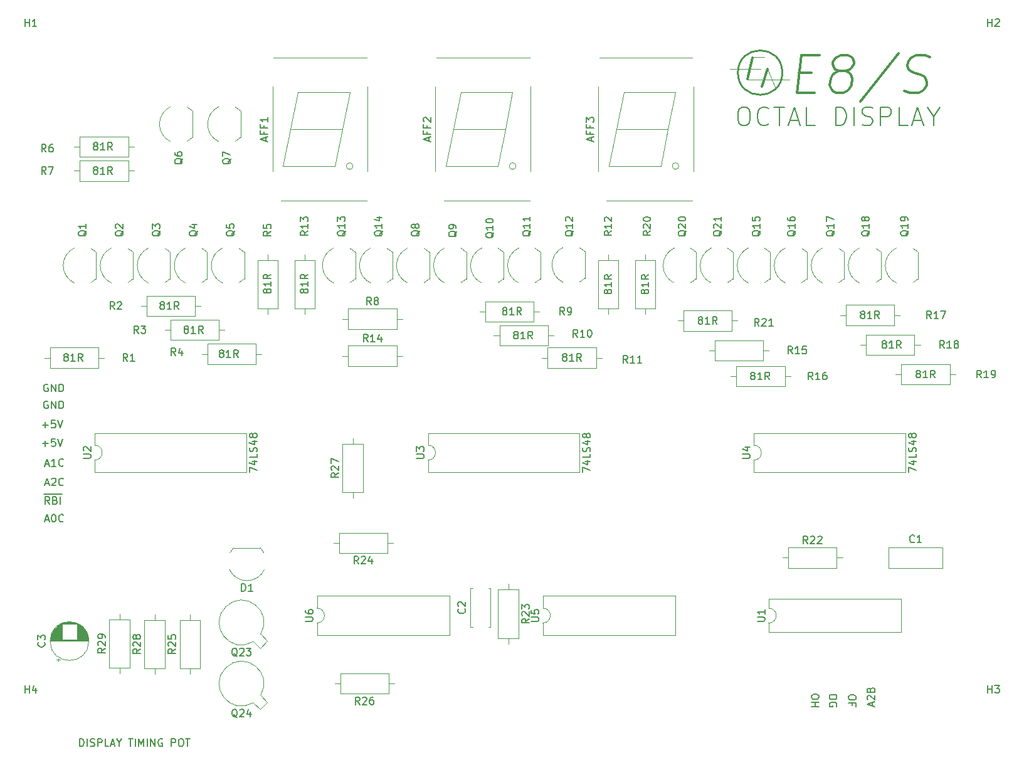
<source format=gbr>
%TF.GenerationSoftware,KiCad,Pcbnew,(5.1.10-1-10_14)*%
%TF.CreationDate,2021-06-26T21:10:23+10:00*%
%TF.ProjectId,Octal display,4f637461-6c20-4646-9973-706c61792e6b,rev?*%
%TF.SameCoordinates,Original*%
%TF.FileFunction,Legend,Top*%
%TF.FilePolarity,Positive*%
%FSLAX46Y46*%
G04 Gerber Fmt 4.6, Leading zero omitted, Abs format (unit mm)*
G04 Created by KiCad (PCBNEW (5.1.10-1-10_14)) date 2021-06-26 21:10:23*
%MOMM*%
%LPD*%
G01*
G04 APERTURE LIST*
%ADD10C,0.150000*%
%ADD11C,0.300000*%
%ADD12C,0.120000*%
%ADD13C,0.240000*%
G04 APERTURE END LIST*
D10*
X61642857Y-148452380D02*
X61642857Y-147452380D01*
X61880952Y-147452380D01*
X62023809Y-147500000D01*
X62119047Y-147595238D01*
X62166666Y-147690476D01*
X62214285Y-147880952D01*
X62214285Y-148023809D01*
X62166666Y-148214285D01*
X62119047Y-148309523D01*
X62023809Y-148404761D01*
X61880952Y-148452380D01*
X61642857Y-148452380D01*
X62642857Y-148452380D02*
X62642857Y-147452380D01*
X63071428Y-148404761D02*
X63214285Y-148452380D01*
X63452380Y-148452380D01*
X63547619Y-148404761D01*
X63595238Y-148357142D01*
X63642857Y-148261904D01*
X63642857Y-148166666D01*
X63595238Y-148071428D01*
X63547619Y-148023809D01*
X63452380Y-147976190D01*
X63261904Y-147928571D01*
X63166666Y-147880952D01*
X63119047Y-147833333D01*
X63071428Y-147738095D01*
X63071428Y-147642857D01*
X63119047Y-147547619D01*
X63166666Y-147500000D01*
X63261904Y-147452380D01*
X63500000Y-147452380D01*
X63642857Y-147500000D01*
X64071428Y-148452380D02*
X64071428Y-147452380D01*
X64452380Y-147452380D01*
X64547619Y-147500000D01*
X64595238Y-147547619D01*
X64642857Y-147642857D01*
X64642857Y-147785714D01*
X64595238Y-147880952D01*
X64547619Y-147928571D01*
X64452380Y-147976190D01*
X64071428Y-147976190D01*
X65547619Y-148452380D02*
X65071428Y-148452380D01*
X65071428Y-147452380D01*
X65833333Y-148166666D02*
X66309523Y-148166666D01*
X65738095Y-148452380D02*
X66071428Y-147452380D01*
X66404761Y-148452380D01*
X66928571Y-147976190D02*
X66928571Y-148452380D01*
X66595238Y-147452380D02*
X66928571Y-147976190D01*
X67261904Y-147452380D01*
X68214285Y-147452380D02*
X68785714Y-147452380D01*
X68500000Y-148452380D02*
X68500000Y-147452380D01*
X69119047Y-148452380D02*
X69119047Y-147452380D01*
X69595238Y-148452380D02*
X69595238Y-147452380D01*
X69928571Y-148166666D01*
X70261904Y-147452380D01*
X70261904Y-148452380D01*
X70738095Y-148452380D02*
X70738095Y-147452380D01*
X71214285Y-148452380D02*
X71214285Y-147452380D01*
X71785714Y-148452380D01*
X71785714Y-147452380D01*
X72785714Y-147500000D02*
X72690476Y-147452380D01*
X72547619Y-147452380D01*
X72404761Y-147500000D01*
X72309523Y-147595238D01*
X72261904Y-147690476D01*
X72214285Y-147880952D01*
X72214285Y-148023809D01*
X72261904Y-148214285D01*
X72309523Y-148309523D01*
X72404761Y-148404761D01*
X72547619Y-148452380D01*
X72642857Y-148452380D01*
X72785714Y-148404761D01*
X72833333Y-148357142D01*
X72833333Y-148023809D01*
X72642857Y-148023809D01*
X74023809Y-148452380D02*
X74023809Y-147452380D01*
X74404761Y-147452380D01*
X74500000Y-147500000D01*
X74547619Y-147547619D01*
X74595238Y-147642857D01*
X74595238Y-147785714D01*
X74547619Y-147880952D01*
X74500000Y-147928571D01*
X74404761Y-147976190D01*
X74023809Y-147976190D01*
X75214285Y-147452380D02*
X75404761Y-147452380D01*
X75500000Y-147500000D01*
X75595238Y-147595238D01*
X75642857Y-147785714D01*
X75642857Y-148119047D01*
X75595238Y-148309523D01*
X75500000Y-148404761D01*
X75404761Y-148452380D01*
X75214285Y-148452380D01*
X75119047Y-148404761D01*
X75023809Y-148309523D01*
X74976190Y-148119047D01*
X74976190Y-147785714D01*
X75023809Y-147595238D01*
X75119047Y-147500000D01*
X75214285Y-147452380D01*
X75928571Y-147452380D02*
X76500000Y-147452380D01*
X76214285Y-148452380D02*
X76214285Y-147452380D01*
X151083333Y-62130952D02*
X151559523Y-62130952D01*
X151797619Y-62250000D01*
X152035714Y-62488095D01*
X152154761Y-62964285D01*
X152154761Y-63797619D01*
X152035714Y-64273809D01*
X151797619Y-64511904D01*
X151559523Y-64630952D01*
X151083333Y-64630952D01*
X150845238Y-64511904D01*
X150607142Y-64273809D01*
X150488095Y-63797619D01*
X150488095Y-62964285D01*
X150607142Y-62488095D01*
X150845238Y-62250000D01*
X151083333Y-62130952D01*
X154654761Y-64392857D02*
X154535714Y-64511904D01*
X154178571Y-64630952D01*
X153940476Y-64630952D01*
X153583333Y-64511904D01*
X153345238Y-64273809D01*
X153226190Y-64035714D01*
X153107142Y-63559523D01*
X153107142Y-63202380D01*
X153226190Y-62726190D01*
X153345238Y-62488095D01*
X153583333Y-62250000D01*
X153940476Y-62130952D01*
X154178571Y-62130952D01*
X154535714Y-62250000D01*
X154654761Y-62369047D01*
X155369047Y-62130952D02*
X156797619Y-62130952D01*
X156083333Y-64630952D02*
X156083333Y-62130952D01*
X157511904Y-63916666D02*
X158702380Y-63916666D01*
X157273809Y-64630952D02*
X158107142Y-62130952D01*
X158940476Y-64630952D01*
X160964285Y-64630952D02*
X159773809Y-64630952D01*
X159773809Y-62130952D01*
X163702380Y-64630952D02*
X163702380Y-62130952D01*
X164297619Y-62130952D01*
X164654761Y-62250000D01*
X164892857Y-62488095D01*
X165011904Y-62726190D01*
X165130952Y-63202380D01*
X165130952Y-63559523D01*
X165011904Y-64035714D01*
X164892857Y-64273809D01*
X164654761Y-64511904D01*
X164297619Y-64630952D01*
X163702380Y-64630952D01*
X166202380Y-64630952D02*
X166202380Y-62130952D01*
X167273809Y-64511904D02*
X167630952Y-64630952D01*
X168226190Y-64630952D01*
X168464285Y-64511904D01*
X168583333Y-64392857D01*
X168702380Y-64154761D01*
X168702380Y-63916666D01*
X168583333Y-63678571D01*
X168464285Y-63559523D01*
X168226190Y-63440476D01*
X167750000Y-63321428D01*
X167511904Y-63202380D01*
X167392857Y-63083333D01*
X167273809Y-62845238D01*
X167273809Y-62607142D01*
X167392857Y-62369047D01*
X167511904Y-62250000D01*
X167750000Y-62130952D01*
X168345238Y-62130952D01*
X168702380Y-62250000D01*
X169773809Y-64630952D02*
X169773809Y-62130952D01*
X170726190Y-62130952D01*
X170964285Y-62250000D01*
X171083333Y-62369047D01*
X171202380Y-62607142D01*
X171202380Y-62964285D01*
X171083333Y-63202380D01*
X170964285Y-63321428D01*
X170726190Y-63440476D01*
X169773809Y-63440476D01*
X173464285Y-64630952D02*
X172273809Y-64630952D01*
X172273809Y-62130952D01*
X174178571Y-63916666D02*
X175369047Y-63916666D01*
X173940476Y-64630952D02*
X174773809Y-62130952D01*
X175607142Y-64630952D01*
X176916666Y-63440476D02*
X176916666Y-64630952D01*
X176083333Y-62130952D02*
X176916666Y-63440476D01*
X177750000Y-62130952D01*
X168666666Y-143014285D02*
X168666666Y-142538095D01*
X168952380Y-143109523D02*
X167952380Y-142776190D01*
X168952380Y-142442857D01*
X168047619Y-142157142D02*
X168000000Y-142109523D01*
X167952380Y-142014285D01*
X167952380Y-141776190D01*
X168000000Y-141680952D01*
X168047619Y-141633333D01*
X168142857Y-141585714D01*
X168238095Y-141585714D01*
X168380952Y-141633333D01*
X168952380Y-142204761D01*
X168952380Y-141585714D01*
X168428571Y-140823809D02*
X168476190Y-140680952D01*
X168523809Y-140633333D01*
X168619047Y-140585714D01*
X168761904Y-140585714D01*
X168857142Y-140633333D01*
X168904761Y-140680952D01*
X168952380Y-140776190D01*
X168952380Y-141157142D01*
X167952380Y-141157142D01*
X167952380Y-140823809D01*
X168000000Y-140728571D01*
X168047619Y-140680952D01*
X168142857Y-140633333D01*
X168238095Y-140633333D01*
X168333333Y-140680952D01*
X168380952Y-140728571D01*
X168428571Y-140823809D01*
X168428571Y-141157142D01*
X166447619Y-141776190D02*
X166447619Y-141966666D01*
X166400000Y-142061904D01*
X166304761Y-142157142D01*
X166114285Y-142204761D01*
X165780952Y-142204761D01*
X165590476Y-142157142D01*
X165495238Y-142061904D01*
X165447619Y-141966666D01*
X165447619Y-141776190D01*
X165495238Y-141680952D01*
X165590476Y-141585714D01*
X165780952Y-141538095D01*
X166114285Y-141538095D01*
X166304761Y-141585714D01*
X166400000Y-141680952D01*
X166447619Y-141776190D01*
X165971428Y-142966666D02*
X165971428Y-142633333D01*
X165447619Y-142633333D02*
X166447619Y-142633333D01*
X166447619Y-143109523D01*
X163847619Y-141704761D02*
X163847619Y-141895238D01*
X163800000Y-141990476D01*
X163704761Y-142085714D01*
X163514285Y-142133333D01*
X163180952Y-142133333D01*
X162990476Y-142085714D01*
X162895238Y-141990476D01*
X162847619Y-141895238D01*
X162847619Y-141704761D01*
X162895238Y-141609523D01*
X162990476Y-141514285D01*
X163180952Y-141466666D01*
X163514285Y-141466666D01*
X163704761Y-141514285D01*
X163800000Y-141609523D01*
X163847619Y-141704761D01*
X163800000Y-143085714D02*
X163847619Y-142990476D01*
X163847619Y-142847619D01*
X163800000Y-142704761D01*
X163704761Y-142609523D01*
X163609523Y-142561904D01*
X163419047Y-142514285D01*
X163276190Y-142514285D01*
X163085714Y-142561904D01*
X162990476Y-142609523D01*
X162895238Y-142704761D01*
X162847619Y-142847619D01*
X162847619Y-142942857D01*
X162895238Y-143085714D01*
X162942857Y-143133333D01*
X163276190Y-143133333D01*
X163276190Y-142942857D01*
X161447619Y-141680952D02*
X161447619Y-141871428D01*
X161400000Y-141966666D01*
X161304761Y-142061904D01*
X161114285Y-142109523D01*
X160780952Y-142109523D01*
X160590476Y-142061904D01*
X160495238Y-141966666D01*
X160447619Y-141871428D01*
X160447619Y-141680952D01*
X160495238Y-141585714D01*
X160590476Y-141490476D01*
X160780952Y-141442857D01*
X161114285Y-141442857D01*
X161304761Y-141490476D01*
X161400000Y-141585714D01*
X161447619Y-141680952D01*
X160447619Y-142538095D02*
X161447619Y-142538095D01*
X160971428Y-142538095D02*
X160971428Y-143109523D01*
X160447619Y-143109523D02*
X161447619Y-143109523D01*
X56985714Y-117866666D02*
X57461904Y-117866666D01*
X56890476Y-118152380D02*
X57223809Y-117152380D01*
X57557142Y-118152380D01*
X58080952Y-117152380D02*
X58176190Y-117152380D01*
X58271428Y-117200000D01*
X58319047Y-117247619D01*
X58366666Y-117342857D01*
X58414285Y-117533333D01*
X58414285Y-117771428D01*
X58366666Y-117961904D01*
X58319047Y-118057142D01*
X58271428Y-118104761D01*
X58176190Y-118152380D01*
X58080952Y-118152380D01*
X57985714Y-118104761D01*
X57938095Y-118057142D01*
X57890476Y-117961904D01*
X57842857Y-117771428D01*
X57842857Y-117533333D01*
X57890476Y-117342857D01*
X57938095Y-117247619D01*
X57985714Y-117200000D01*
X58080952Y-117152380D01*
X59414285Y-118057142D02*
X59366666Y-118104761D01*
X59223809Y-118152380D01*
X59128571Y-118152380D01*
X58985714Y-118104761D01*
X58890476Y-118009523D01*
X58842857Y-117914285D01*
X58795238Y-117723809D01*
X58795238Y-117580952D01*
X58842857Y-117390476D01*
X58890476Y-117295238D01*
X58985714Y-117200000D01*
X59128571Y-117152380D01*
X59223809Y-117152380D01*
X59366666Y-117200000D01*
X59414285Y-117247619D01*
X56761904Y-114385000D02*
X57761904Y-114385000D01*
X57571428Y-115752380D02*
X57238095Y-115276190D01*
X57000000Y-115752380D02*
X57000000Y-114752380D01*
X57380952Y-114752380D01*
X57476190Y-114800000D01*
X57523809Y-114847619D01*
X57571428Y-114942857D01*
X57571428Y-115085714D01*
X57523809Y-115180952D01*
X57476190Y-115228571D01*
X57380952Y-115276190D01*
X57000000Y-115276190D01*
X57761904Y-114385000D02*
X58761904Y-114385000D01*
X58333333Y-115228571D02*
X58476190Y-115276190D01*
X58523809Y-115323809D01*
X58571428Y-115419047D01*
X58571428Y-115561904D01*
X58523809Y-115657142D01*
X58476190Y-115704761D01*
X58380952Y-115752380D01*
X58000000Y-115752380D01*
X58000000Y-114752380D01*
X58333333Y-114752380D01*
X58428571Y-114800000D01*
X58476190Y-114847619D01*
X58523809Y-114942857D01*
X58523809Y-115038095D01*
X58476190Y-115133333D01*
X58428571Y-115180952D01*
X58333333Y-115228571D01*
X58000000Y-115228571D01*
X58761904Y-114385000D02*
X59238095Y-114385000D01*
X59000000Y-115752380D02*
X59000000Y-114752380D01*
X56985714Y-112966666D02*
X57461904Y-112966666D01*
X56890476Y-113252380D02*
X57223809Y-112252380D01*
X57557142Y-113252380D01*
X57842857Y-112347619D02*
X57890476Y-112300000D01*
X57985714Y-112252380D01*
X58223809Y-112252380D01*
X58319047Y-112300000D01*
X58366666Y-112347619D01*
X58414285Y-112442857D01*
X58414285Y-112538095D01*
X58366666Y-112680952D01*
X57795238Y-113252380D01*
X58414285Y-113252380D01*
X59414285Y-113157142D02*
X59366666Y-113204761D01*
X59223809Y-113252380D01*
X59128571Y-113252380D01*
X58985714Y-113204761D01*
X58890476Y-113109523D01*
X58842857Y-113014285D01*
X58795238Y-112823809D01*
X58795238Y-112680952D01*
X58842857Y-112490476D01*
X58890476Y-112395238D01*
X58985714Y-112300000D01*
X59128571Y-112252380D01*
X59223809Y-112252380D01*
X59366666Y-112300000D01*
X59414285Y-112347619D01*
X56985714Y-110366666D02*
X57461904Y-110366666D01*
X56890476Y-110652380D02*
X57223809Y-109652380D01*
X57557142Y-110652380D01*
X58414285Y-110652380D02*
X57842857Y-110652380D01*
X58128571Y-110652380D02*
X58128571Y-109652380D01*
X58033333Y-109795238D01*
X57938095Y-109890476D01*
X57842857Y-109938095D01*
X59414285Y-110557142D02*
X59366666Y-110604761D01*
X59223809Y-110652380D01*
X59128571Y-110652380D01*
X58985714Y-110604761D01*
X58890476Y-110509523D01*
X58842857Y-110414285D01*
X58795238Y-110223809D01*
X58795238Y-110080952D01*
X58842857Y-109890476D01*
X58890476Y-109795238D01*
X58985714Y-109700000D01*
X59128571Y-109652380D01*
X59223809Y-109652380D01*
X59366666Y-109700000D01*
X59414285Y-109747619D01*
X56614285Y-107571428D02*
X57376190Y-107571428D01*
X56995238Y-107952380D02*
X56995238Y-107190476D01*
X58328571Y-106952380D02*
X57852380Y-106952380D01*
X57804761Y-107428571D01*
X57852380Y-107380952D01*
X57947619Y-107333333D01*
X58185714Y-107333333D01*
X58280952Y-107380952D01*
X58328571Y-107428571D01*
X58376190Y-107523809D01*
X58376190Y-107761904D01*
X58328571Y-107857142D01*
X58280952Y-107904761D01*
X58185714Y-107952380D01*
X57947619Y-107952380D01*
X57852380Y-107904761D01*
X57804761Y-107857142D01*
X58661904Y-106952380D02*
X58995238Y-107952380D01*
X59328571Y-106952380D01*
X56614285Y-105071428D02*
X57376190Y-105071428D01*
X56995238Y-105452380D02*
X56995238Y-104690476D01*
X58328571Y-104452380D02*
X57852380Y-104452380D01*
X57804761Y-104928571D01*
X57852380Y-104880952D01*
X57947619Y-104833333D01*
X58185714Y-104833333D01*
X58280952Y-104880952D01*
X58328571Y-104928571D01*
X58376190Y-105023809D01*
X58376190Y-105261904D01*
X58328571Y-105357142D01*
X58280952Y-105404761D01*
X58185714Y-105452380D01*
X57947619Y-105452380D01*
X57852380Y-105404761D01*
X57804761Y-105357142D01*
X58661904Y-104452380D02*
X58995238Y-105452380D01*
X59328571Y-104452380D01*
X57338095Y-101900000D02*
X57242857Y-101852380D01*
X57100000Y-101852380D01*
X56957142Y-101900000D01*
X56861904Y-101995238D01*
X56814285Y-102090476D01*
X56766666Y-102280952D01*
X56766666Y-102423809D01*
X56814285Y-102614285D01*
X56861904Y-102709523D01*
X56957142Y-102804761D01*
X57100000Y-102852380D01*
X57195238Y-102852380D01*
X57338095Y-102804761D01*
X57385714Y-102757142D01*
X57385714Y-102423809D01*
X57195238Y-102423809D01*
X57814285Y-102852380D02*
X57814285Y-101852380D01*
X58385714Y-102852380D01*
X58385714Y-101852380D01*
X58861904Y-102852380D02*
X58861904Y-101852380D01*
X59100000Y-101852380D01*
X59242857Y-101900000D01*
X59338095Y-101995238D01*
X59385714Y-102090476D01*
X59433333Y-102280952D01*
X59433333Y-102423809D01*
X59385714Y-102614285D01*
X59338095Y-102709523D01*
X59242857Y-102804761D01*
X59100000Y-102852380D01*
X58861904Y-102852380D01*
X57338095Y-99600000D02*
X57242857Y-99552380D01*
X57100000Y-99552380D01*
X56957142Y-99600000D01*
X56861904Y-99695238D01*
X56814285Y-99790476D01*
X56766666Y-99980952D01*
X56766666Y-100123809D01*
X56814285Y-100314285D01*
X56861904Y-100409523D01*
X56957142Y-100504761D01*
X57100000Y-100552380D01*
X57195238Y-100552380D01*
X57338095Y-100504761D01*
X57385714Y-100457142D01*
X57385714Y-100123809D01*
X57195238Y-100123809D01*
X57814285Y-100552380D02*
X57814285Y-99552380D01*
X58385714Y-100552380D01*
X58385714Y-99552380D01*
X58861904Y-100552380D02*
X58861904Y-99552380D01*
X59100000Y-99552380D01*
X59242857Y-99600000D01*
X59338095Y-99695238D01*
X59385714Y-99790476D01*
X59433333Y-99980952D01*
X59433333Y-100123809D01*
X59385714Y-100314285D01*
X59338095Y-100409523D01*
X59242857Y-100504761D01*
X59100000Y-100552380D01*
X58861904Y-100552380D01*
D11*
X158774613Y-57537142D02*
X160467946Y-57537142D01*
X160861041Y-60198095D02*
X158441994Y-60198095D01*
X159076994Y-55118095D01*
X161496041Y-55118095D01*
X164126755Y-57295238D02*
X163673184Y-57053333D01*
X163461517Y-56811428D01*
X163280089Y-56327619D01*
X163310327Y-56085714D01*
X163612708Y-55601904D01*
X163884851Y-55360000D01*
X164398898Y-55118095D01*
X165366517Y-55118095D01*
X165820089Y-55360000D01*
X166031755Y-55601904D01*
X166213184Y-56085714D01*
X166182946Y-56327619D01*
X165880565Y-56811428D01*
X165608422Y-57053333D01*
X165094375Y-57295238D01*
X164126755Y-57295238D01*
X163612708Y-57537142D01*
X163340565Y-57779047D01*
X163038184Y-58262857D01*
X162917232Y-59230476D01*
X163098660Y-59714285D01*
X163310327Y-59956190D01*
X163763898Y-60198095D01*
X164731517Y-60198095D01*
X165245565Y-59956190D01*
X165517708Y-59714285D01*
X165820089Y-59230476D01*
X165941041Y-58262857D01*
X165759613Y-57779047D01*
X165547946Y-57537142D01*
X165094375Y-57295238D01*
X172170089Y-54876190D02*
X166999375Y-61407619D01*
X172986517Y-59956190D02*
X173681994Y-60198095D01*
X174891517Y-60198095D01*
X175405565Y-59956190D01*
X175677708Y-59714285D01*
X175980089Y-59230476D01*
X176040565Y-58746666D01*
X175859136Y-58262857D01*
X175647470Y-58020952D01*
X175193898Y-57779047D01*
X174256517Y-57537142D01*
X173802946Y-57295238D01*
X173591279Y-57053333D01*
X173409851Y-56569523D01*
X173470327Y-56085714D01*
X173772708Y-55601904D01*
X174044851Y-55360000D01*
X174558898Y-55118095D01*
X175768422Y-55118095D01*
X176463898Y-55360000D01*
D12*
%TO.C,C2*%
X114380000Y-132370000D02*
X114380000Y-127130000D01*
X117120000Y-132370000D02*
X117120000Y-127130000D01*
X114380000Y-132370000D02*
X114695000Y-132370000D01*
X116805000Y-132370000D02*
X117120000Y-132370000D01*
X114380000Y-127130000D02*
X114695000Y-127130000D01*
X116805000Y-127130000D02*
X117120000Y-127130000D01*
%TO.C,C3*%
X62870000Y-134250000D02*
G75*
G03*
X62870000Y-134250000I-2620000J0D01*
G01*
X57670000Y-134250000D02*
X62830000Y-134250000D01*
X57670000Y-134210000D02*
X62830000Y-134210000D01*
X57671000Y-134170000D02*
X62829000Y-134170000D01*
X57672000Y-134130000D02*
X62828000Y-134130000D01*
X57674000Y-134090000D02*
X62826000Y-134090000D01*
X57677000Y-134050000D02*
X62823000Y-134050000D01*
X57681000Y-134010000D02*
X59210000Y-134010000D01*
X61290000Y-134010000D02*
X62819000Y-134010000D01*
X57685000Y-133970000D02*
X59210000Y-133970000D01*
X61290000Y-133970000D02*
X62815000Y-133970000D01*
X57689000Y-133930000D02*
X59210000Y-133930000D01*
X61290000Y-133930000D02*
X62811000Y-133930000D01*
X57694000Y-133890000D02*
X59210000Y-133890000D01*
X61290000Y-133890000D02*
X62806000Y-133890000D01*
X57700000Y-133850000D02*
X59210000Y-133850000D01*
X61290000Y-133850000D02*
X62800000Y-133850000D01*
X57707000Y-133810000D02*
X59210000Y-133810000D01*
X61290000Y-133810000D02*
X62793000Y-133810000D01*
X57714000Y-133770000D02*
X59210000Y-133770000D01*
X61290000Y-133770000D02*
X62786000Y-133770000D01*
X57722000Y-133730000D02*
X59210000Y-133730000D01*
X61290000Y-133730000D02*
X62778000Y-133730000D01*
X57730000Y-133690000D02*
X59210000Y-133690000D01*
X61290000Y-133690000D02*
X62770000Y-133690000D01*
X57739000Y-133650000D02*
X59210000Y-133650000D01*
X61290000Y-133650000D02*
X62761000Y-133650000D01*
X57749000Y-133610000D02*
X59210000Y-133610000D01*
X61290000Y-133610000D02*
X62751000Y-133610000D01*
X57759000Y-133570000D02*
X59210000Y-133570000D01*
X61290000Y-133570000D02*
X62741000Y-133570000D01*
X57770000Y-133529000D02*
X59210000Y-133529000D01*
X61290000Y-133529000D02*
X62730000Y-133529000D01*
X57782000Y-133489000D02*
X59210000Y-133489000D01*
X61290000Y-133489000D02*
X62718000Y-133489000D01*
X57795000Y-133449000D02*
X59210000Y-133449000D01*
X61290000Y-133449000D02*
X62705000Y-133449000D01*
X57808000Y-133409000D02*
X59210000Y-133409000D01*
X61290000Y-133409000D02*
X62692000Y-133409000D01*
X57822000Y-133369000D02*
X59210000Y-133369000D01*
X61290000Y-133369000D02*
X62678000Y-133369000D01*
X57836000Y-133329000D02*
X59210000Y-133329000D01*
X61290000Y-133329000D02*
X62664000Y-133329000D01*
X57852000Y-133289000D02*
X59210000Y-133289000D01*
X61290000Y-133289000D02*
X62648000Y-133289000D01*
X57868000Y-133249000D02*
X59210000Y-133249000D01*
X61290000Y-133249000D02*
X62632000Y-133249000D01*
X57885000Y-133209000D02*
X59210000Y-133209000D01*
X61290000Y-133209000D02*
X62615000Y-133209000D01*
X57902000Y-133169000D02*
X59210000Y-133169000D01*
X61290000Y-133169000D02*
X62598000Y-133169000D01*
X57921000Y-133129000D02*
X59210000Y-133129000D01*
X61290000Y-133129000D02*
X62579000Y-133129000D01*
X57940000Y-133089000D02*
X59210000Y-133089000D01*
X61290000Y-133089000D02*
X62560000Y-133089000D01*
X57960000Y-133049000D02*
X59210000Y-133049000D01*
X61290000Y-133049000D02*
X62540000Y-133049000D01*
X57982000Y-133009000D02*
X59210000Y-133009000D01*
X61290000Y-133009000D02*
X62518000Y-133009000D01*
X58003000Y-132969000D02*
X59210000Y-132969000D01*
X61290000Y-132969000D02*
X62497000Y-132969000D01*
X58026000Y-132929000D02*
X59210000Y-132929000D01*
X61290000Y-132929000D02*
X62474000Y-132929000D01*
X58050000Y-132889000D02*
X59210000Y-132889000D01*
X61290000Y-132889000D02*
X62450000Y-132889000D01*
X58075000Y-132849000D02*
X59210000Y-132849000D01*
X61290000Y-132849000D02*
X62425000Y-132849000D01*
X58101000Y-132809000D02*
X59210000Y-132809000D01*
X61290000Y-132809000D02*
X62399000Y-132809000D01*
X58128000Y-132769000D02*
X59210000Y-132769000D01*
X61290000Y-132769000D02*
X62372000Y-132769000D01*
X58155000Y-132729000D02*
X59210000Y-132729000D01*
X61290000Y-132729000D02*
X62345000Y-132729000D01*
X58185000Y-132689000D02*
X59210000Y-132689000D01*
X61290000Y-132689000D02*
X62315000Y-132689000D01*
X58215000Y-132649000D02*
X59210000Y-132649000D01*
X61290000Y-132649000D02*
X62285000Y-132649000D01*
X58246000Y-132609000D02*
X59210000Y-132609000D01*
X61290000Y-132609000D02*
X62254000Y-132609000D01*
X58279000Y-132569000D02*
X59210000Y-132569000D01*
X61290000Y-132569000D02*
X62221000Y-132569000D01*
X58313000Y-132529000D02*
X59210000Y-132529000D01*
X61290000Y-132529000D02*
X62187000Y-132529000D01*
X58349000Y-132489000D02*
X59210000Y-132489000D01*
X61290000Y-132489000D02*
X62151000Y-132489000D01*
X58386000Y-132449000D02*
X59210000Y-132449000D01*
X61290000Y-132449000D02*
X62114000Y-132449000D01*
X58424000Y-132409000D02*
X59210000Y-132409000D01*
X61290000Y-132409000D02*
X62076000Y-132409000D01*
X58465000Y-132369000D02*
X59210000Y-132369000D01*
X61290000Y-132369000D02*
X62035000Y-132369000D01*
X58507000Y-132329000D02*
X59210000Y-132329000D01*
X61290000Y-132329000D02*
X61993000Y-132329000D01*
X58551000Y-132289000D02*
X59210000Y-132289000D01*
X61290000Y-132289000D02*
X61949000Y-132289000D01*
X58597000Y-132249000D02*
X59210000Y-132249000D01*
X61290000Y-132249000D02*
X61903000Y-132249000D01*
X58645000Y-132209000D02*
X59210000Y-132209000D01*
X61290000Y-132209000D02*
X61855000Y-132209000D01*
X58696000Y-132169000D02*
X59210000Y-132169000D01*
X61290000Y-132169000D02*
X61804000Y-132169000D01*
X58750000Y-132129000D02*
X59210000Y-132129000D01*
X61290000Y-132129000D02*
X61750000Y-132129000D01*
X58807000Y-132089000D02*
X59210000Y-132089000D01*
X61290000Y-132089000D02*
X61693000Y-132089000D01*
X58867000Y-132049000D02*
X59210000Y-132049000D01*
X61290000Y-132049000D02*
X61633000Y-132049000D01*
X58931000Y-132009000D02*
X59210000Y-132009000D01*
X61290000Y-132009000D02*
X61569000Y-132009000D01*
X58999000Y-131969000D02*
X59210000Y-131969000D01*
X61290000Y-131969000D02*
X61501000Y-131969000D01*
X59072000Y-131929000D02*
X61428000Y-131929000D01*
X59152000Y-131889000D02*
X61348000Y-131889000D01*
X59239000Y-131849000D02*
X61261000Y-131849000D01*
X59335000Y-131809000D02*
X61165000Y-131809000D01*
X59445000Y-131769000D02*
X61055000Y-131769000D01*
X59573000Y-131729000D02*
X60927000Y-131729000D01*
X59732000Y-131689000D02*
X60768000Y-131689000D01*
X59966000Y-131649000D02*
X60534000Y-131649000D01*
X58775000Y-137054775D02*
X58775000Y-136554775D01*
X58525000Y-136804775D02*
X59025000Y-136804775D01*
%TO.C,R29*%
X65630000Y-137850000D02*
X68370000Y-137850000D01*
X68370000Y-137850000D02*
X68370000Y-131310000D01*
X68370000Y-131310000D02*
X65630000Y-131310000D01*
X65630000Y-131310000D02*
X65630000Y-137850000D01*
X67000000Y-138620000D02*
X67000000Y-137850000D01*
X67000000Y-130540000D02*
X67000000Y-131310000D01*
%TO.C,R28*%
X70380000Y-137940000D02*
X73120000Y-137940000D01*
X73120000Y-137940000D02*
X73120000Y-131400000D01*
X73120000Y-131400000D02*
X70380000Y-131400000D01*
X70380000Y-131400000D02*
X70380000Y-137940000D01*
X71750000Y-138710000D02*
X71750000Y-137940000D01*
X71750000Y-130630000D02*
X71750000Y-131400000D01*
%TO.C,Q24*%
X86052150Y-141582544D02*
G75*
G03*
X85062331Y-142572281I-2572150J1582544D01*
G01*
X85062331Y-142572281D02*
X85974499Y-143484448D01*
X85974499Y-143484448D02*
X86964448Y-142494499D01*
X86964448Y-142494499D02*
X86052281Y-141582331D01*
%TO.C,Q23*%
X86052150Y-133332544D02*
G75*
G03*
X85062331Y-134322281I-2572150J1582544D01*
G01*
X85062331Y-134322281D02*
X85974499Y-135234448D01*
X85974499Y-135234448D02*
X86964448Y-134244499D01*
X86964448Y-134244499D02*
X86052281Y-133332331D01*
%TO.C,D1*%
X81885816Y-122377205D02*
G75*
G02*
X82410000Y-121650000I2324184J-1122795D01*
G01*
X81853600Y-124598807D02*
G75*
G03*
X84210000Y-126100000I2356400J1098807D01*
G01*
X86566400Y-124598807D02*
G75*
G02*
X84210000Y-126100000I-2356400J1098807D01*
G01*
X86534184Y-122377205D02*
G75*
G03*
X86010000Y-121650000I-2324184J-1122795D01*
G01*
X86010000Y-121650000D02*
X82410000Y-121650000D01*
%TO.C,U6*%
X93670000Y-129810000D02*
G75*
G02*
X93670000Y-131810000I0J-1000000D01*
G01*
X93670000Y-131810000D02*
X93670000Y-133460000D01*
X93670000Y-133460000D02*
X111570000Y-133460000D01*
X111570000Y-133460000D02*
X111570000Y-128160000D01*
X111570000Y-128160000D02*
X93670000Y-128160000D01*
X93670000Y-128160000D02*
X93670000Y-129810000D01*
%TO.C,R27*%
X97130000Y-114190000D02*
X99870000Y-114190000D01*
X99870000Y-114190000D02*
X99870000Y-107650000D01*
X99870000Y-107650000D02*
X97130000Y-107650000D01*
X97130000Y-107650000D02*
X97130000Y-114190000D01*
X98500000Y-114960000D02*
X98500000Y-114190000D01*
X98500000Y-106880000D02*
X98500000Y-107650000D01*
%TO.C,R26*%
X103350000Y-141370000D02*
X103350000Y-138630000D01*
X103350000Y-138630000D02*
X96810000Y-138630000D01*
X96810000Y-138630000D02*
X96810000Y-141370000D01*
X96810000Y-141370000D02*
X103350000Y-141370000D01*
X104120000Y-140000000D02*
X103350000Y-140000000D01*
X96040000Y-140000000D02*
X96810000Y-140000000D01*
%TO.C,R25*%
X75130000Y-137940000D02*
X77870000Y-137940000D01*
X77870000Y-137940000D02*
X77870000Y-131400000D01*
X77870000Y-131400000D02*
X75130000Y-131400000D01*
X75130000Y-131400000D02*
X75130000Y-137940000D01*
X76500000Y-138710000D02*
X76500000Y-137940000D01*
X76500000Y-130630000D02*
X76500000Y-131400000D01*
%TO.C,R24*%
X103190000Y-122370000D02*
X103190000Y-119630000D01*
X103190000Y-119630000D02*
X96650000Y-119630000D01*
X96650000Y-119630000D02*
X96650000Y-122370000D01*
X96650000Y-122370000D02*
X103190000Y-122370000D01*
X103960000Y-121000000D02*
X103190000Y-121000000D01*
X95880000Y-121000000D02*
X96650000Y-121000000D01*
%TO.C,R23*%
X120870000Y-127310000D02*
X118130000Y-127310000D01*
X118130000Y-127310000D02*
X118130000Y-133850000D01*
X118130000Y-133850000D02*
X120870000Y-133850000D01*
X120870000Y-133850000D02*
X120870000Y-127310000D01*
X119500000Y-126540000D02*
X119500000Y-127310000D01*
X119500000Y-134620000D02*
X119500000Y-133850000D01*
%TO.C,U5*%
X124170000Y-129810000D02*
G75*
G02*
X124170000Y-131810000I0J-1000000D01*
G01*
X124170000Y-131810000D02*
X124170000Y-133460000D01*
X124170000Y-133460000D02*
X142070000Y-133460000D01*
X142070000Y-133460000D02*
X142070000Y-128160000D01*
X142070000Y-128160000D02*
X124170000Y-128160000D01*
X124170000Y-128160000D02*
X124170000Y-129810000D01*
%TO.C,R22*%
X157310000Y-121630000D02*
X157310000Y-124370000D01*
X157310000Y-124370000D02*
X163850000Y-124370000D01*
X163850000Y-124370000D02*
X163850000Y-121630000D01*
X163850000Y-121630000D02*
X157310000Y-121630000D01*
X156540000Y-123000000D02*
X157310000Y-123000000D01*
X164620000Y-123000000D02*
X163850000Y-123000000D01*
%TO.C,C1*%
X170880000Y-121630000D02*
X178120000Y-121630000D01*
X170880000Y-124370000D02*
X178120000Y-124370000D01*
X170880000Y-121630000D02*
X170880000Y-124370000D01*
X178120000Y-121630000D02*
X178120000Y-124370000D01*
%TO.C,REF\u002A\u002A*%
X154540000Y-56990000D02*
X155500000Y-59460000D01*
D11*
X154500000Y-57000000D02*
X153700000Y-59400000D01*
D12*
X151750000Y-58450000D02*
X157450000Y-58450000D01*
X149410000Y-56970000D02*
X153610000Y-56970000D01*
X152460000Y-55430000D02*
X154070000Y-55430000D01*
D11*
X152500000Y-55500000D02*
X151800000Y-58400000D01*
D13*
X156500000Y-57500000D02*
G75*
G03*
X156500000Y-57500000I-3000000J0D01*
G01*
D12*
%TO.C,AFF2*%
X120527214Y-70120000D02*
G75*
G03*
X120527214Y-70120000I-447214J0D01*
G01*
X113080000Y-60120000D02*
X120080000Y-60120000D01*
X119080000Y-65120000D02*
X112080000Y-65120000D01*
X120080000Y-60120000D02*
X119080000Y-65120000D01*
X118080000Y-70120000D02*
X119080000Y-65120000D01*
X111080000Y-70120000D02*
X118080000Y-70120000D01*
X112080000Y-65120000D02*
X111080000Y-70120000D01*
X113080000Y-60120000D02*
X112080000Y-65120000D01*
X122380000Y-55485000D02*
X109780000Y-55485000D01*
X110780000Y-74755000D02*
X122380000Y-74755000D01*
X122490000Y-70835000D02*
X122490000Y-59405000D01*
X109670000Y-70835000D02*
X109670000Y-59405000D01*
%TO.C,R2*%
X77190000Y-90370000D02*
X77190000Y-87630000D01*
X77190000Y-87630000D02*
X70650000Y-87630000D01*
X70650000Y-87630000D02*
X70650000Y-90370000D01*
X70650000Y-90370000D02*
X77190000Y-90370000D01*
X77960000Y-89000000D02*
X77190000Y-89000000D01*
X69880000Y-89000000D02*
X70650000Y-89000000D01*
%TO.C,U2*%
X63670000Y-107810000D02*
G75*
G02*
X63670000Y-109810000I0J-1000000D01*
G01*
X63670000Y-109810000D02*
X63670000Y-111460000D01*
X63670000Y-111460000D02*
X84110000Y-111460000D01*
X84110000Y-111460000D02*
X84110000Y-106160000D01*
X84110000Y-106160000D02*
X63670000Y-106160000D01*
X63670000Y-106160000D02*
X63670000Y-107810000D01*
%TO.C,U4*%
X152670000Y-107810000D02*
G75*
G02*
X152670000Y-109810000I0J-1000000D01*
G01*
X152670000Y-109810000D02*
X152670000Y-111460000D01*
X152670000Y-111460000D02*
X173110000Y-111460000D01*
X173110000Y-111460000D02*
X173110000Y-106160000D01*
X173110000Y-106160000D02*
X152670000Y-106160000D01*
X152670000Y-106160000D02*
X152670000Y-107810000D01*
%TO.C,U3*%
X108670000Y-107810000D02*
G75*
G02*
X108670000Y-109810000I0J-1000000D01*
G01*
X108670000Y-109810000D02*
X108670000Y-111460000D01*
X108670000Y-111460000D02*
X129110000Y-111460000D01*
X129110000Y-111460000D02*
X129110000Y-106160000D01*
X129110000Y-106160000D02*
X108670000Y-106160000D01*
X108670000Y-106160000D02*
X108670000Y-107810000D01*
%TO.C,U1*%
X154670000Y-129810000D02*
G75*
G02*
X154670000Y-131810000I0J-1000000D01*
G01*
X154670000Y-131810000D02*
X154670000Y-133060000D01*
X154670000Y-133060000D02*
X172570000Y-133060000D01*
X172570000Y-133060000D02*
X172570000Y-128560000D01*
X172570000Y-128560000D02*
X154670000Y-128560000D01*
X154670000Y-128560000D02*
X154670000Y-129810000D01*
%TO.C,R21*%
X143150000Y-89630000D02*
X143150000Y-92370000D01*
X143150000Y-92370000D02*
X149690000Y-92370000D01*
X149690000Y-92370000D02*
X149690000Y-89630000D01*
X149690000Y-89630000D02*
X143150000Y-89630000D01*
X142380000Y-91000000D02*
X143150000Y-91000000D01*
X150460000Y-91000000D02*
X149690000Y-91000000D01*
%TO.C,R20*%
X136630000Y-89350000D02*
X139370000Y-89350000D01*
X139370000Y-89350000D02*
X139370000Y-82810000D01*
X139370000Y-82810000D02*
X136630000Y-82810000D01*
X136630000Y-82810000D02*
X136630000Y-89350000D01*
X138000000Y-90120000D02*
X138000000Y-89350000D01*
X138000000Y-82040000D02*
X138000000Y-82810000D01*
%TO.C,R19*%
X179100000Y-99620000D02*
X179100000Y-96880000D01*
X179100000Y-96880000D02*
X172560000Y-96880000D01*
X172560000Y-96880000D02*
X172560000Y-99620000D01*
X172560000Y-99620000D02*
X179100000Y-99620000D01*
X179870000Y-98250000D02*
X179100000Y-98250000D01*
X171790000Y-98250000D02*
X172560000Y-98250000D01*
%TO.C,R18*%
X174350000Y-95620000D02*
X174350000Y-92880000D01*
X174350000Y-92880000D02*
X167810000Y-92880000D01*
X167810000Y-92880000D02*
X167810000Y-95620000D01*
X167810000Y-95620000D02*
X174350000Y-95620000D01*
X175120000Y-94250000D02*
X174350000Y-94250000D01*
X167040000Y-94250000D02*
X167810000Y-94250000D01*
%TO.C,R17*%
X171600000Y-91620000D02*
X171600000Y-88880000D01*
X171600000Y-88880000D02*
X165060000Y-88880000D01*
X165060000Y-88880000D02*
X165060000Y-91620000D01*
X165060000Y-91620000D02*
X171600000Y-91620000D01*
X172370000Y-90250000D02*
X171600000Y-90250000D01*
X164290000Y-90250000D02*
X165060000Y-90250000D01*
%TO.C,R16*%
X150310000Y-97130000D02*
X150310000Y-99870000D01*
X150310000Y-99870000D02*
X156850000Y-99870000D01*
X156850000Y-99870000D02*
X156850000Y-97130000D01*
X156850000Y-97130000D02*
X150310000Y-97130000D01*
X149540000Y-98500000D02*
X150310000Y-98500000D01*
X157620000Y-98500000D02*
X156850000Y-98500000D01*
%TO.C,R15*%
X147400000Y-93630000D02*
X147400000Y-96370000D01*
X147400000Y-96370000D02*
X153940000Y-96370000D01*
X153940000Y-96370000D02*
X153940000Y-93630000D01*
X153940000Y-93630000D02*
X147400000Y-93630000D01*
X146630000Y-95000000D02*
X147400000Y-95000000D01*
X154710000Y-95000000D02*
X153940000Y-95000000D01*
%TO.C,R14*%
X97900000Y-94380000D02*
X97900000Y-97120000D01*
X97900000Y-97120000D02*
X104440000Y-97120000D01*
X104440000Y-97120000D02*
X104440000Y-94380000D01*
X104440000Y-94380000D02*
X97900000Y-94380000D01*
X97130000Y-95750000D02*
X97900000Y-95750000D01*
X105210000Y-95750000D02*
X104440000Y-95750000D01*
%TO.C,R13*%
X90630000Y-89350000D02*
X93370000Y-89350000D01*
X93370000Y-89350000D02*
X93370000Y-82810000D01*
X93370000Y-82810000D02*
X90630000Y-82810000D01*
X90630000Y-82810000D02*
X90630000Y-89350000D01*
X92000000Y-90120000D02*
X92000000Y-89350000D01*
X92000000Y-82040000D02*
X92000000Y-82810000D01*
%TO.C,R12*%
X131630000Y-89350000D02*
X134370000Y-89350000D01*
X134370000Y-89350000D02*
X134370000Y-82810000D01*
X134370000Y-82810000D02*
X131630000Y-82810000D01*
X131630000Y-82810000D02*
X131630000Y-89350000D01*
X133000000Y-90120000D02*
X133000000Y-89350000D01*
X133000000Y-82040000D02*
X133000000Y-82810000D01*
%TO.C,R11*%
X131350000Y-97370000D02*
X131350000Y-94630000D01*
X131350000Y-94630000D02*
X124810000Y-94630000D01*
X124810000Y-94630000D02*
X124810000Y-97370000D01*
X124810000Y-97370000D02*
X131350000Y-97370000D01*
X132120000Y-96000000D02*
X131350000Y-96000000D01*
X124040000Y-96000000D02*
X124810000Y-96000000D01*
%TO.C,R10*%
X124850000Y-94370000D02*
X124850000Y-91630000D01*
X124850000Y-91630000D02*
X118310000Y-91630000D01*
X118310000Y-91630000D02*
X118310000Y-94370000D01*
X118310000Y-94370000D02*
X124850000Y-94370000D01*
X125620000Y-93000000D02*
X124850000Y-93000000D01*
X117540000Y-93000000D02*
X118310000Y-93000000D01*
%TO.C,R9*%
X122940000Y-91120000D02*
X122940000Y-88380000D01*
X122940000Y-88380000D02*
X116400000Y-88380000D01*
X116400000Y-88380000D02*
X116400000Y-91120000D01*
X116400000Y-91120000D02*
X122940000Y-91120000D01*
X123710000Y-89750000D02*
X122940000Y-89750000D01*
X115630000Y-89750000D02*
X116400000Y-89750000D01*
%TO.C,R8*%
X97900000Y-89380000D02*
X97900000Y-92120000D01*
X97900000Y-92120000D02*
X104440000Y-92120000D01*
X104440000Y-92120000D02*
X104440000Y-89380000D01*
X104440000Y-89380000D02*
X97900000Y-89380000D01*
X97130000Y-90750000D02*
X97900000Y-90750000D01*
X105210000Y-90750000D02*
X104440000Y-90750000D01*
%TO.C,R7*%
X61650000Y-69380000D02*
X61650000Y-72120000D01*
X61650000Y-72120000D02*
X68190000Y-72120000D01*
X68190000Y-72120000D02*
X68190000Y-69380000D01*
X68190000Y-69380000D02*
X61650000Y-69380000D01*
X60880000Y-70750000D02*
X61650000Y-70750000D01*
X68960000Y-70750000D02*
X68190000Y-70750000D01*
%TO.C,R6*%
X61650000Y-66130000D02*
X61650000Y-68870000D01*
X61650000Y-68870000D02*
X68190000Y-68870000D01*
X68190000Y-68870000D02*
X68190000Y-66130000D01*
X68190000Y-66130000D02*
X61650000Y-66130000D01*
X60880000Y-67500000D02*
X61650000Y-67500000D01*
X68960000Y-67500000D02*
X68190000Y-67500000D01*
%TO.C,R5*%
X85630000Y-89350000D02*
X88370000Y-89350000D01*
X88370000Y-89350000D02*
X88370000Y-82810000D01*
X88370000Y-82810000D02*
X85630000Y-82810000D01*
X85630000Y-82810000D02*
X85630000Y-89350000D01*
X87000000Y-90120000D02*
X87000000Y-89350000D01*
X87000000Y-82040000D02*
X87000000Y-82810000D01*
%TO.C,R4*%
X85440000Y-96870000D02*
X85440000Y-94130000D01*
X85440000Y-94130000D02*
X78900000Y-94130000D01*
X78900000Y-94130000D02*
X78900000Y-96870000D01*
X78900000Y-96870000D02*
X85440000Y-96870000D01*
X86210000Y-95500000D02*
X85440000Y-95500000D01*
X78130000Y-95500000D02*
X78900000Y-95500000D01*
%TO.C,R3*%
X80440000Y-93620000D02*
X80440000Y-90880000D01*
X80440000Y-90880000D02*
X73900000Y-90880000D01*
X73900000Y-90880000D02*
X73900000Y-93620000D01*
X73900000Y-93620000D02*
X80440000Y-93620000D01*
X81210000Y-92250000D02*
X80440000Y-92250000D01*
X73130000Y-92250000D02*
X73900000Y-92250000D01*
%TO.C,R1*%
X57650000Y-94630000D02*
X57650000Y-97370000D01*
X57650000Y-97370000D02*
X64190000Y-97370000D01*
X64190000Y-97370000D02*
X64190000Y-94630000D01*
X64190000Y-94630000D02*
X57650000Y-94630000D01*
X56880000Y-96000000D02*
X57650000Y-96000000D01*
X64960000Y-96000000D02*
X64190000Y-96000000D01*
%TO.C,Q21*%
X149122795Y-81215816D02*
G75*
G02*
X149850000Y-81740000I-1122795J-2324184D01*
G01*
X146901193Y-81183600D02*
G75*
G03*
X145400000Y-83540000I1098807J-2356400D01*
G01*
X146901193Y-85896400D02*
G75*
G02*
X145400000Y-83540000I1098807J2356400D01*
G01*
X149122795Y-85864184D02*
G75*
G03*
X149850000Y-85340000I-1122795J2324184D01*
G01*
X149850000Y-85340000D02*
X149850000Y-81740000D01*
%TO.C,Q20*%
X144122795Y-81215816D02*
G75*
G02*
X144850000Y-81740000I-1122795J-2324184D01*
G01*
X141901193Y-81183600D02*
G75*
G03*
X140400000Y-83540000I1098807J-2356400D01*
G01*
X141901193Y-85896400D02*
G75*
G02*
X140400000Y-83540000I1098807J2356400D01*
G01*
X144122795Y-85864184D02*
G75*
G03*
X144850000Y-85340000I-1122795J2324184D01*
G01*
X144850000Y-85340000D02*
X144850000Y-81740000D01*
%TO.C,Q19*%
X174122795Y-81215816D02*
G75*
G02*
X174850000Y-81740000I-1122795J-2324184D01*
G01*
X171901193Y-81183600D02*
G75*
G03*
X170400000Y-83540000I1098807J-2356400D01*
G01*
X171901193Y-85896400D02*
G75*
G02*
X170400000Y-83540000I1098807J2356400D01*
G01*
X174122795Y-85864184D02*
G75*
G03*
X174850000Y-85340000I-1122795J2324184D01*
G01*
X174850000Y-85340000D02*
X174850000Y-81740000D01*
%TO.C,Q18*%
X169122795Y-81215816D02*
G75*
G02*
X169850000Y-81740000I-1122795J-2324184D01*
G01*
X166901193Y-81183600D02*
G75*
G03*
X165400000Y-83540000I1098807J-2356400D01*
G01*
X166901193Y-85896400D02*
G75*
G02*
X165400000Y-83540000I1098807J2356400D01*
G01*
X169122795Y-85864184D02*
G75*
G03*
X169850000Y-85340000I-1122795J2324184D01*
G01*
X169850000Y-85340000D02*
X169850000Y-81740000D01*
%TO.C,Q17*%
X164122795Y-81215816D02*
G75*
G02*
X164850000Y-81740000I-1122795J-2324184D01*
G01*
X161901193Y-81183600D02*
G75*
G03*
X160400000Y-83540000I1098807J-2356400D01*
G01*
X161901193Y-85896400D02*
G75*
G02*
X160400000Y-83540000I1098807J2356400D01*
G01*
X164122795Y-85864184D02*
G75*
G03*
X164850000Y-85340000I-1122795J2324184D01*
G01*
X164850000Y-85340000D02*
X164850000Y-81740000D01*
%TO.C,Q16*%
X159122795Y-81215816D02*
G75*
G02*
X159850000Y-81740000I-1122795J-2324184D01*
G01*
X156901193Y-81183600D02*
G75*
G03*
X155400000Y-83540000I1098807J-2356400D01*
G01*
X156901193Y-85896400D02*
G75*
G02*
X155400000Y-83540000I1098807J2356400D01*
G01*
X159122795Y-85864184D02*
G75*
G03*
X159850000Y-85340000I-1122795J2324184D01*
G01*
X159850000Y-85340000D02*
X159850000Y-81740000D01*
%TO.C,Q15*%
X154122795Y-81215816D02*
G75*
G02*
X154850000Y-81740000I-1122795J-2324184D01*
G01*
X151901193Y-81183600D02*
G75*
G03*
X150400000Y-83540000I1098807J-2356400D01*
G01*
X151901193Y-85896400D02*
G75*
G02*
X150400000Y-83540000I1098807J2356400D01*
G01*
X154122795Y-85864184D02*
G75*
G03*
X154850000Y-85340000I-1122795J2324184D01*
G01*
X154850000Y-85340000D02*
X154850000Y-81740000D01*
%TO.C,Q14*%
X103122795Y-81215816D02*
G75*
G02*
X103850000Y-81740000I-1122795J-2324184D01*
G01*
X100901193Y-81183600D02*
G75*
G03*
X99400000Y-83540000I1098807J-2356400D01*
G01*
X100901193Y-85896400D02*
G75*
G02*
X99400000Y-83540000I1098807J2356400D01*
G01*
X103122795Y-85864184D02*
G75*
G03*
X103850000Y-85340000I-1122795J2324184D01*
G01*
X103850000Y-85340000D02*
X103850000Y-81740000D01*
%TO.C,Q13*%
X98122795Y-81215816D02*
G75*
G02*
X98850000Y-81740000I-1122795J-2324184D01*
G01*
X95901193Y-81183600D02*
G75*
G03*
X94400000Y-83540000I1098807J-2356400D01*
G01*
X95901193Y-85896400D02*
G75*
G02*
X94400000Y-83540000I1098807J2356400D01*
G01*
X98122795Y-85864184D02*
G75*
G03*
X98850000Y-85340000I-1122795J2324184D01*
G01*
X98850000Y-85340000D02*
X98850000Y-81740000D01*
%TO.C,Q12*%
X129122795Y-81135816D02*
G75*
G02*
X129850000Y-81660000I-1122795J-2324184D01*
G01*
X126901193Y-81103600D02*
G75*
G03*
X125400000Y-83460000I1098807J-2356400D01*
G01*
X126901193Y-85816400D02*
G75*
G02*
X125400000Y-83460000I1098807J2356400D01*
G01*
X129122795Y-85784184D02*
G75*
G03*
X129850000Y-85260000I-1122795J2324184D01*
G01*
X129850000Y-85260000D02*
X129850000Y-81660000D01*
%TO.C,Q11*%
X123122795Y-81215816D02*
G75*
G02*
X123850000Y-81740000I-1122795J-2324184D01*
G01*
X120901193Y-81183600D02*
G75*
G03*
X119400000Y-83540000I1098807J-2356400D01*
G01*
X120901193Y-85896400D02*
G75*
G02*
X119400000Y-83540000I1098807J2356400D01*
G01*
X123122795Y-85864184D02*
G75*
G03*
X123850000Y-85340000I-1122795J2324184D01*
G01*
X123850000Y-85340000D02*
X123850000Y-81740000D01*
%TO.C,Q10*%
X118122795Y-81215816D02*
G75*
G02*
X118850000Y-81740000I-1122795J-2324184D01*
G01*
X115901193Y-81183600D02*
G75*
G03*
X114400000Y-83540000I1098807J-2356400D01*
G01*
X115901193Y-85896400D02*
G75*
G02*
X114400000Y-83540000I1098807J2356400D01*
G01*
X118122795Y-85864184D02*
G75*
G03*
X118850000Y-85340000I-1122795J2324184D01*
G01*
X118850000Y-85340000D02*
X118850000Y-81740000D01*
%TO.C,Q9*%
X113122795Y-81215816D02*
G75*
G02*
X113850000Y-81740000I-1122795J-2324184D01*
G01*
X110901193Y-81183600D02*
G75*
G03*
X109400000Y-83540000I1098807J-2356400D01*
G01*
X110901193Y-85896400D02*
G75*
G02*
X109400000Y-83540000I1098807J2356400D01*
G01*
X113122795Y-85864184D02*
G75*
G03*
X113850000Y-85340000I-1122795J2324184D01*
G01*
X113850000Y-85340000D02*
X113850000Y-81740000D01*
%TO.C,Q8*%
X108122795Y-81215816D02*
G75*
G02*
X108850000Y-81740000I-1122795J-2324184D01*
G01*
X105901193Y-81183600D02*
G75*
G03*
X104400000Y-83540000I1098807J-2356400D01*
G01*
X105901193Y-85896400D02*
G75*
G02*
X104400000Y-83540000I1098807J2356400D01*
G01*
X108122795Y-85864184D02*
G75*
G03*
X108850000Y-85340000I-1122795J2324184D01*
G01*
X108850000Y-85340000D02*
X108850000Y-81740000D01*
%TO.C,Q7*%
X82622795Y-62135816D02*
G75*
G02*
X83350000Y-62660000I-1122795J-2324184D01*
G01*
X80401193Y-62103600D02*
G75*
G03*
X78900000Y-64460000I1098807J-2356400D01*
G01*
X80401193Y-66816400D02*
G75*
G02*
X78900000Y-64460000I1098807J2356400D01*
G01*
X82622795Y-66784184D02*
G75*
G03*
X83350000Y-66260000I-1122795J2324184D01*
G01*
X83350000Y-66260000D02*
X83350000Y-62660000D01*
%TO.C,Q6*%
X76122795Y-62135816D02*
G75*
G02*
X76850000Y-62660000I-1122795J-2324184D01*
G01*
X73901193Y-62103600D02*
G75*
G03*
X72400000Y-64460000I1098807J-2356400D01*
G01*
X73901193Y-66816400D02*
G75*
G02*
X72400000Y-64460000I1098807J2356400D01*
G01*
X76122795Y-66784184D02*
G75*
G03*
X76850000Y-66260000I-1122795J2324184D01*
G01*
X76850000Y-66260000D02*
X76850000Y-62660000D01*
%TO.C,Q5*%
X83122795Y-81215816D02*
G75*
G02*
X83850000Y-81740000I-1122795J-2324184D01*
G01*
X80901193Y-81183600D02*
G75*
G03*
X79400000Y-83540000I1098807J-2356400D01*
G01*
X80901193Y-85896400D02*
G75*
G02*
X79400000Y-83540000I1098807J2356400D01*
G01*
X83122795Y-85864184D02*
G75*
G03*
X83850000Y-85340000I-1122795J2324184D01*
G01*
X83850000Y-85340000D02*
X83850000Y-81740000D01*
%TO.C,Q4*%
X78122795Y-81215816D02*
G75*
G02*
X78850000Y-81740000I-1122795J-2324184D01*
G01*
X75901193Y-81183600D02*
G75*
G03*
X74400000Y-83540000I1098807J-2356400D01*
G01*
X75901193Y-85896400D02*
G75*
G02*
X74400000Y-83540000I1098807J2356400D01*
G01*
X78122795Y-85864184D02*
G75*
G03*
X78850000Y-85340000I-1122795J2324184D01*
G01*
X78850000Y-85340000D02*
X78850000Y-81740000D01*
%TO.C,Q3*%
X73122795Y-81215816D02*
G75*
G02*
X73850000Y-81740000I-1122795J-2324184D01*
G01*
X70901193Y-81183600D02*
G75*
G03*
X69400000Y-83540000I1098807J-2356400D01*
G01*
X70901193Y-85896400D02*
G75*
G02*
X69400000Y-83540000I1098807J2356400D01*
G01*
X73122795Y-85864184D02*
G75*
G03*
X73850000Y-85340000I-1122795J2324184D01*
G01*
X73850000Y-85340000D02*
X73850000Y-81740000D01*
%TO.C,Q2*%
X68122795Y-81215816D02*
G75*
G02*
X68850000Y-81740000I-1122795J-2324184D01*
G01*
X65901193Y-81183600D02*
G75*
G03*
X64400000Y-83540000I1098807J-2356400D01*
G01*
X65901193Y-85896400D02*
G75*
G02*
X64400000Y-83540000I1098807J2356400D01*
G01*
X68122795Y-85864184D02*
G75*
G03*
X68850000Y-85340000I-1122795J2324184D01*
G01*
X68850000Y-85340000D02*
X68850000Y-81740000D01*
%TO.C,Q1*%
X63122795Y-81215816D02*
G75*
G02*
X63850000Y-81740000I-1122795J-2324184D01*
G01*
X60901193Y-81183600D02*
G75*
G03*
X59400000Y-83540000I1098807J-2356400D01*
G01*
X60901193Y-85896400D02*
G75*
G02*
X59400000Y-83540000I1098807J2356400D01*
G01*
X63122795Y-85864184D02*
G75*
G03*
X63850000Y-85340000I-1122795J2324184D01*
G01*
X63850000Y-85340000D02*
X63850000Y-81740000D01*
%TO.C,AFF3*%
X142527214Y-70120000D02*
G75*
G03*
X142527214Y-70120000I-447214J0D01*
G01*
X135080000Y-60120000D02*
X142080000Y-60120000D01*
X141080000Y-65120000D02*
X134080000Y-65120000D01*
X142080000Y-60120000D02*
X141080000Y-65120000D01*
X140080000Y-70120000D02*
X141080000Y-65120000D01*
X133080000Y-70120000D02*
X140080000Y-70120000D01*
X134080000Y-65120000D02*
X133080000Y-70120000D01*
X135080000Y-60120000D02*
X134080000Y-65120000D01*
X144380000Y-55485000D02*
X131780000Y-55485000D01*
X132780000Y-74755000D02*
X144380000Y-74755000D01*
X144490000Y-70835000D02*
X144490000Y-59405000D01*
X131670000Y-70835000D02*
X131670000Y-59405000D01*
%TO.C,AFF1*%
X98527214Y-70120000D02*
G75*
G03*
X98527214Y-70120000I-447214J0D01*
G01*
X91080000Y-60120000D02*
X98080000Y-60120000D01*
X97080000Y-65120000D02*
X90080000Y-65120000D01*
X98080000Y-60120000D02*
X97080000Y-65120000D01*
X96080000Y-70120000D02*
X97080000Y-65120000D01*
X89080000Y-70120000D02*
X96080000Y-70120000D01*
X90080000Y-65120000D02*
X89080000Y-70120000D01*
X91080000Y-60120000D02*
X90080000Y-65120000D01*
X100380000Y-55485000D02*
X87780000Y-55485000D01*
X88780000Y-74755000D02*
X100380000Y-74755000D01*
X100490000Y-70835000D02*
X100490000Y-59405000D01*
X87670000Y-70835000D02*
X87670000Y-59405000D01*
%TO.C,C2*%
D10*
X113607142Y-129916666D02*
X113654761Y-129964285D01*
X113702380Y-130107142D01*
X113702380Y-130202380D01*
X113654761Y-130345238D01*
X113559523Y-130440476D01*
X113464285Y-130488095D01*
X113273809Y-130535714D01*
X113130952Y-130535714D01*
X112940476Y-130488095D01*
X112845238Y-130440476D01*
X112750000Y-130345238D01*
X112702380Y-130202380D01*
X112702380Y-130107142D01*
X112750000Y-129964285D01*
X112797619Y-129916666D01*
X112797619Y-129535714D02*
X112750000Y-129488095D01*
X112702380Y-129392857D01*
X112702380Y-129154761D01*
X112750000Y-129059523D01*
X112797619Y-129011904D01*
X112892857Y-128964285D01*
X112988095Y-128964285D01*
X113130952Y-129011904D01*
X113702380Y-129583333D01*
X113702380Y-128964285D01*
%TO.C,C3*%
X56857142Y-134416666D02*
X56904761Y-134464285D01*
X56952380Y-134607142D01*
X56952380Y-134702380D01*
X56904761Y-134845238D01*
X56809523Y-134940476D01*
X56714285Y-134988095D01*
X56523809Y-135035714D01*
X56380952Y-135035714D01*
X56190476Y-134988095D01*
X56095238Y-134940476D01*
X56000000Y-134845238D01*
X55952380Y-134702380D01*
X55952380Y-134607142D01*
X56000000Y-134464285D01*
X56047619Y-134416666D01*
X55952380Y-134083333D02*
X55952380Y-133464285D01*
X56333333Y-133797619D01*
X56333333Y-133654761D01*
X56380952Y-133559523D01*
X56428571Y-133511904D01*
X56523809Y-133464285D01*
X56761904Y-133464285D01*
X56857142Y-133511904D01*
X56904761Y-133559523D01*
X56952380Y-133654761D01*
X56952380Y-133940476D01*
X56904761Y-134035714D01*
X56857142Y-134083333D01*
%TO.C,R29*%
X65082380Y-135222857D02*
X64606190Y-135556190D01*
X65082380Y-135794285D02*
X64082380Y-135794285D01*
X64082380Y-135413333D01*
X64130000Y-135318095D01*
X64177619Y-135270476D01*
X64272857Y-135222857D01*
X64415714Y-135222857D01*
X64510952Y-135270476D01*
X64558571Y-135318095D01*
X64606190Y-135413333D01*
X64606190Y-135794285D01*
X64177619Y-134841904D02*
X64130000Y-134794285D01*
X64082380Y-134699047D01*
X64082380Y-134460952D01*
X64130000Y-134365714D01*
X64177619Y-134318095D01*
X64272857Y-134270476D01*
X64368095Y-134270476D01*
X64510952Y-134318095D01*
X65082380Y-134889523D01*
X65082380Y-134270476D01*
X65082380Y-133794285D02*
X65082380Y-133603809D01*
X65034761Y-133508571D01*
X64987142Y-133460952D01*
X64844285Y-133365714D01*
X64653809Y-133318095D01*
X64272857Y-133318095D01*
X64177619Y-133365714D01*
X64130000Y-133413333D01*
X64082380Y-133508571D01*
X64082380Y-133699047D01*
X64130000Y-133794285D01*
X64177619Y-133841904D01*
X64272857Y-133889523D01*
X64510952Y-133889523D01*
X64606190Y-133841904D01*
X64653809Y-133794285D01*
X64701428Y-133699047D01*
X64701428Y-133508571D01*
X64653809Y-133413333D01*
X64606190Y-133365714D01*
X64510952Y-133318095D01*
%TO.C,R28*%
X69832380Y-135312857D02*
X69356190Y-135646190D01*
X69832380Y-135884285D02*
X68832380Y-135884285D01*
X68832380Y-135503333D01*
X68880000Y-135408095D01*
X68927619Y-135360476D01*
X69022857Y-135312857D01*
X69165714Y-135312857D01*
X69260952Y-135360476D01*
X69308571Y-135408095D01*
X69356190Y-135503333D01*
X69356190Y-135884285D01*
X68927619Y-134931904D02*
X68880000Y-134884285D01*
X68832380Y-134789047D01*
X68832380Y-134550952D01*
X68880000Y-134455714D01*
X68927619Y-134408095D01*
X69022857Y-134360476D01*
X69118095Y-134360476D01*
X69260952Y-134408095D01*
X69832380Y-134979523D01*
X69832380Y-134360476D01*
X69260952Y-133789047D02*
X69213333Y-133884285D01*
X69165714Y-133931904D01*
X69070476Y-133979523D01*
X69022857Y-133979523D01*
X68927619Y-133931904D01*
X68880000Y-133884285D01*
X68832380Y-133789047D01*
X68832380Y-133598571D01*
X68880000Y-133503333D01*
X68927619Y-133455714D01*
X69022857Y-133408095D01*
X69070476Y-133408095D01*
X69165714Y-133455714D01*
X69213333Y-133503333D01*
X69260952Y-133598571D01*
X69260952Y-133789047D01*
X69308571Y-133884285D01*
X69356190Y-133931904D01*
X69451428Y-133979523D01*
X69641904Y-133979523D01*
X69737142Y-133931904D01*
X69784761Y-133884285D01*
X69832380Y-133789047D01*
X69832380Y-133598571D01*
X69784761Y-133503333D01*
X69737142Y-133455714D01*
X69641904Y-133408095D01*
X69451428Y-133408095D01*
X69356190Y-133455714D01*
X69308571Y-133503333D01*
X69260952Y-133598571D01*
%TO.C,Q24*%
X82908571Y-144567619D02*
X82813333Y-144520000D01*
X82718095Y-144424761D01*
X82575238Y-144281904D01*
X82480000Y-144234285D01*
X82384761Y-144234285D01*
X82432380Y-144472380D02*
X82337142Y-144424761D01*
X82241904Y-144329523D01*
X82194285Y-144139047D01*
X82194285Y-143805714D01*
X82241904Y-143615238D01*
X82337142Y-143520000D01*
X82432380Y-143472380D01*
X82622857Y-143472380D01*
X82718095Y-143520000D01*
X82813333Y-143615238D01*
X82860952Y-143805714D01*
X82860952Y-144139047D01*
X82813333Y-144329523D01*
X82718095Y-144424761D01*
X82622857Y-144472380D01*
X82432380Y-144472380D01*
X83241904Y-143567619D02*
X83289523Y-143520000D01*
X83384761Y-143472380D01*
X83622857Y-143472380D01*
X83718095Y-143520000D01*
X83765714Y-143567619D01*
X83813333Y-143662857D01*
X83813333Y-143758095D01*
X83765714Y-143900952D01*
X83194285Y-144472380D01*
X83813333Y-144472380D01*
X84670476Y-143805714D02*
X84670476Y-144472380D01*
X84432380Y-143424761D02*
X84194285Y-144139047D01*
X84813333Y-144139047D01*
%TO.C,Q23*%
X82908571Y-136317619D02*
X82813333Y-136270000D01*
X82718095Y-136174761D01*
X82575238Y-136031904D01*
X82480000Y-135984285D01*
X82384761Y-135984285D01*
X82432380Y-136222380D02*
X82337142Y-136174761D01*
X82241904Y-136079523D01*
X82194285Y-135889047D01*
X82194285Y-135555714D01*
X82241904Y-135365238D01*
X82337142Y-135270000D01*
X82432380Y-135222380D01*
X82622857Y-135222380D01*
X82718095Y-135270000D01*
X82813333Y-135365238D01*
X82860952Y-135555714D01*
X82860952Y-135889047D01*
X82813333Y-136079523D01*
X82718095Y-136174761D01*
X82622857Y-136222380D01*
X82432380Y-136222380D01*
X83241904Y-135317619D02*
X83289523Y-135270000D01*
X83384761Y-135222380D01*
X83622857Y-135222380D01*
X83718095Y-135270000D01*
X83765714Y-135317619D01*
X83813333Y-135412857D01*
X83813333Y-135508095D01*
X83765714Y-135650952D01*
X83194285Y-136222380D01*
X83813333Y-136222380D01*
X84146666Y-135222380D02*
X84765714Y-135222380D01*
X84432380Y-135603333D01*
X84575238Y-135603333D01*
X84670476Y-135650952D01*
X84718095Y-135698571D01*
X84765714Y-135793809D01*
X84765714Y-136031904D01*
X84718095Y-136127142D01*
X84670476Y-136174761D01*
X84575238Y-136222380D01*
X84289523Y-136222380D01*
X84194285Y-136174761D01*
X84146666Y-136127142D01*
%TO.C,D1*%
X83471904Y-127512380D02*
X83471904Y-126512380D01*
X83710000Y-126512380D01*
X83852857Y-126560000D01*
X83948095Y-126655238D01*
X83995714Y-126750476D01*
X84043333Y-126940952D01*
X84043333Y-127083809D01*
X83995714Y-127274285D01*
X83948095Y-127369523D01*
X83852857Y-127464761D01*
X83710000Y-127512380D01*
X83471904Y-127512380D01*
X84995714Y-127512380D02*
X84424285Y-127512380D01*
X84710000Y-127512380D02*
X84710000Y-126512380D01*
X84614761Y-126655238D01*
X84519523Y-126750476D01*
X84424285Y-126798095D01*
%TO.C,U6*%
X92122380Y-131571904D02*
X92931904Y-131571904D01*
X93027142Y-131524285D01*
X93074761Y-131476666D01*
X93122380Y-131381428D01*
X93122380Y-131190952D01*
X93074761Y-131095714D01*
X93027142Y-131048095D01*
X92931904Y-131000476D01*
X92122380Y-131000476D01*
X92122380Y-130095714D02*
X92122380Y-130286190D01*
X92170000Y-130381428D01*
X92217619Y-130429047D01*
X92360476Y-130524285D01*
X92550952Y-130571904D01*
X92931904Y-130571904D01*
X93027142Y-130524285D01*
X93074761Y-130476666D01*
X93122380Y-130381428D01*
X93122380Y-130190952D01*
X93074761Y-130095714D01*
X93027142Y-130048095D01*
X92931904Y-130000476D01*
X92693809Y-130000476D01*
X92598571Y-130048095D01*
X92550952Y-130095714D01*
X92503333Y-130190952D01*
X92503333Y-130381428D01*
X92550952Y-130476666D01*
X92598571Y-130524285D01*
X92693809Y-130571904D01*
%TO.C,R27*%
X96582380Y-111562857D02*
X96106190Y-111896190D01*
X96582380Y-112134285D02*
X95582380Y-112134285D01*
X95582380Y-111753333D01*
X95630000Y-111658095D01*
X95677619Y-111610476D01*
X95772857Y-111562857D01*
X95915714Y-111562857D01*
X96010952Y-111610476D01*
X96058571Y-111658095D01*
X96106190Y-111753333D01*
X96106190Y-112134285D01*
X95677619Y-111181904D02*
X95630000Y-111134285D01*
X95582380Y-111039047D01*
X95582380Y-110800952D01*
X95630000Y-110705714D01*
X95677619Y-110658095D01*
X95772857Y-110610476D01*
X95868095Y-110610476D01*
X96010952Y-110658095D01*
X96582380Y-111229523D01*
X96582380Y-110610476D01*
X95582380Y-110277142D02*
X95582380Y-109610476D01*
X96582380Y-110039047D01*
%TO.C,R26*%
X99437142Y-142822380D02*
X99103809Y-142346190D01*
X98865714Y-142822380D02*
X98865714Y-141822380D01*
X99246666Y-141822380D01*
X99341904Y-141870000D01*
X99389523Y-141917619D01*
X99437142Y-142012857D01*
X99437142Y-142155714D01*
X99389523Y-142250952D01*
X99341904Y-142298571D01*
X99246666Y-142346190D01*
X98865714Y-142346190D01*
X99818095Y-141917619D02*
X99865714Y-141870000D01*
X99960952Y-141822380D01*
X100199047Y-141822380D01*
X100294285Y-141870000D01*
X100341904Y-141917619D01*
X100389523Y-142012857D01*
X100389523Y-142108095D01*
X100341904Y-142250952D01*
X99770476Y-142822380D01*
X100389523Y-142822380D01*
X101246666Y-141822380D02*
X101056190Y-141822380D01*
X100960952Y-141870000D01*
X100913333Y-141917619D01*
X100818095Y-142060476D01*
X100770476Y-142250952D01*
X100770476Y-142631904D01*
X100818095Y-142727142D01*
X100865714Y-142774761D01*
X100960952Y-142822380D01*
X101151428Y-142822380D01*
X101246666Y-142774761D01*
X101294285Y-142727142D01*
X101341904Y-142631904D01*
X101341904Y-142393809D01*
X101294285Y-142298571D01*
X101246666Y-142250952D01*
X101151428Y-142203333D01*
X100960952Y-142203333D01*
X100865714Y-142250952D01*
X100818095Y-142298571D01*
X100770476Y-142393809D01*
%TO.C,R25*%
X74582380Y-135312857D02*
X74106190Y-135646190D01*
X74582380Y-135884285D02*
X73582380Y-135884285D01*
X73582380Y-135503333D01*
X73630000Y-135408095D01*
X73677619Y-135360476D01*
X73772857Y-135312857D01*
X73915714Y-135312857D01*
X74010952Y-135360476D01*
X74058571Y-135408095D01*
X74106190Y-135503333D01*
X74106190Y-135884285D01*
X73677619Y-134931904D02*
X73630000Y-134884285D01*
X73582380Y-134789047D01*
X73582380Y-134550952D01*
X73630000Y-134455714D01*
X73677619Y-134408095D01*
X73772857Y-134360476D01*
X73868095Y-134360476D01*
X74010952Y-134408095D01*
X74582380Y-134979523D01*
X74582380Y-134360476D01*
X73582380Y-133455714D02*
X73582380Y-133931904D01*
X74058571Y-133979523D01*
X74010952Y-133931904D01*
X73963333Y-133836666D01*
X73963333Y-133598571D01*
X74010952Y-133503333D01*
X74058571Y-133455714D01*
X74153809Y-133408095D01*
X74391904Y-133408095D01*
X74487142Y-133455714D01*
X74534761Y-133503333D01*
X74582380Y-133598571D01*
X74582380Y-133836666D01*
X74534761Y-133931904D01*
X74487142Y-133979523D01*
%TO.C,R24*%
X99277142Y-123822380D02*
X98943809Y-123346190D01*
X98705714Y-123822380D02*
X98705714Y-122822380D01*
X99086666Y-122822380D01*
X99181904Y-122870000D01*
X99229523Y-122917619D01*
X99277142Y-123012857D01*
X99277142Y-123155714D01*
X99229523Y-123250952D01*
X99181904Y-123298571D01*
X99086666Y-123346190D01*
X98705714Y-123346190D01*
X99658095Y-122917619D02*
X99705714Y-122870000D01*
X99800952Y-122822380D01*
X100039047Y-122822380D01*
X100134285Y-122870000D01*
X100181904Y-122917619D01*
X100229523Y-123012857D01*
X100229523Y-123108095D01*
X100181904Y-123250952D01*
X99610476Y-123822380D01*
X100229523Y-123822380D01*
X101086666Y-123155714D02*
X101086666Y-123822380D01*
X100848571Y-122774761D02*
X100610476Y-123489047D01*
X101229523Y-123489047D01*
%TO.C,R23*%
X122322380Y-131222857D02*
X121846190Y-131556190D01*
X122322380Y-131794285D02*
X121322380Y-131794285D01*
X121322380Y-131413333D01*
X121370000Y-131318095D01*
X121417619Y-131270476D01*
X121512857Y-131222857D01*
X121655714Y-131222857D01*
X121750952Y-131270476D01*
X121798571Y-131318095D01*
X121846190Y-131413333D01*
X121846190Y-131794285D01*
X121417619Y-130841904D02*
X121370000Y-130794285D01*
X121322380Y-130699047D01*
X121322380Y-130460952D01*
X121370000Y-130365714D01*
X121417619Y-130318095D01*
X121512857Y-130270476D01*
X121608095Y-130270476D01*
X121750952Y-130318095D01*
X122322380Y-130889523D01*
X122322380Y-130270476D01*
X121322380Y-129937142D02*
X121322380Y-129318095D01*
X121703333Y-129651428D01*
X121703333Y-129508571D01*
X121750952Y-129413333D01*
X121798571Y-129365714D01*
X121893809Y-129318095D01*
X122131904Y-129318095D01*
X122227142Y-129365714D01*
X122274761Y-129413333D01*
X122322380Y-129508571D01*
X122322380Y-129794285D01*
X122274761Y-129889523D01*
X122227142Y-129937142D01*
%TO.C,U5*%
X122622380Y-131571904D02*
X123431904Y-131571904D01*
X123527142Y-131524285D01*
X123574761Y-131476666D01*
X123622380Y-131381428D01*
X123622380Y-131190952D01*
X123574761Y-131095714D01*
X123527142Y-131048095D01*
X123431904Y-131000476D01*
X122622380Y-131000476D01*
X122622380Y-130048095D02*
X122622380Y-130524285D01*
X123098571Y-130571904D01*
X123050952Y-130524285D01*
X123003333Y-130429047D01*
X123003333Y-130190952D01*
X123050952Y-130095714D01*
X123098571Y-130048095D01*
X123193809Y-130000476D01*
X123431904Y-130000476D01*
X123527142Y-130048095D01*
X123574761Y-130095714D01*
X123622380Y-130190952D01*
X123622380Y-130429047D01*
X123574761Y-130524285D01*
X123527142Y-130571904D01*
%TO.C,R22*%
X159937142Y-121082380D02*
X159603809Y-120606190D01*
X159365714Y-121082380D02*
X159365714Y-120082380D01*
X159746666Y-120082380D01*
X159841904Y-120130000D01*
X159889523Y-120177619D01*
X159937142Y-120272857D01*
X159937142Y-120415714D01*
X159889523Y-120510952D01*
X159841904Y-120558571D01*
X159746666Y-120606190D01*
X159365714Y-120606190D01*
X160318095Y-120177619D02*
X160365714Y-120130000D01*
X160460952Y-120082380D01*
X160699047Y-120082380D01*
X160794285Y-120130000D01*
X160841904Y-120177619D01*
X160889523Y-120272857D01*
X160889523Y-120368095D01*
X160841904Y-120510952D01*
X160270476Y-121082380D01*
X160889523Y-121082380D01*
X161270476Y-120177619D02*
X161318095Y-120130000D01*
X161413333Y-120082380D01*
X161651428Y-120082380D01*
X161746666Y-120130000D01*
X161794285Y-120177619D01*
X161841904Y-120272857D01*
X161841904Y-120368095D01*
X161794285Y-120510952D01*
X161222857Y-121082380D01*
X161841904Y-121082380D01*
%TO.C,C1*%
X174333333Y-120857142D02*
X174285714Y-120904761D01*
X174142857Y-120952380D01*
X174047619Y-120952380D01*
X173904761Y-120904761D01*
X173809523Y-120809523D01*
X173761904Y-120714285D01*
X173714285Y-120523809D01*
X173714285Y-120380952D01*
X173761904Y-120190476D01*
X173809523Y-120095238D01*
X173904761Y-120000000D01*
X174047619Y-119952380D01*
X174142857Y-119952380D01*
X174285714Y-120000000D01*
X174333333Y-120047619D01*
X175285714Y-120952380D02*
X174714285Y-120952380D01*
X175000000Y-120952380D02*
X175000000Y-119952380D01*
X174904761Y-120095238D01*
X174809523Y-120190476D01*
X174714285Y-120238095D01*
%TO.C,H4*%
X54238095Y-141252380D02*
X54238095Y-140252380D01*
X54238095Y-140728571D02*
X54809523Y-140728571D01*
X54809523Y-141252380D02*
X54809523Y-140252380D01*
X55714285Y-140585714D02*
X55714285Y-141252380D01*
X55476190Y-140204761D02*
X55238095Y-140919047D01*
X55857142Y-140919047D01*
%TO.C,H3*%
X184238095Y-141252380D02*
X184238095Y-140252380D01*
X184238095Y-140728571D02*
X184809523Y-140728571D01*
X184809523Y-141252380D02*
X184809523Y-140252380D01*
X185190476Y-140252380D02*
X185809523Y-140252380D01*
X185476190Y-140633333D01*
X185619047Y-140633333D01*
X185714285Y-140680952D01*
X185761904Y-140728571D01*
X185809523Y-140823809D01*
X185809523Y-141061904D01*
X185761904Y-141157142D01*
X185714285Y-141204761D01*
X185619047Y-141252380D01*
X185333333Y-141252380D01*
X185238095Y-141204761D01*
X185190476Y-141157142D01*
%TO.C,H2*%
X184238095Y-51252380D02*
X184238095Y-50252380D01*
X184238095Y-50728571D02*
X184809523Y-50728571D01*
X184809523Y-51252380D02*
X184809523Y-50252380D01*
X185238095Y-50347619D02*
X185285714Y-50300000D01*
X185380952Y-50252380D01*
X185619047Y-50252380D01*
X185714285Y-50300000D01*
X185761904Y-50347619D01*
X185809523Y-50442857D01*
X185809523Y-50538095D01*
X185761904Y-50680952D01*
X185190476Y-51252380D01*
X185809523Y-51252380D01*
%TO.C,H1*%
X54238095Y-51252380D02*
X54238095Y-50252380D01*
X54238095Y-50728571D02*
X54809523Y-50728571D01*
X54809523Y-51252380D02*
X54809523Y-50252380D01*
X55809523Y-51252380D02*
X55238095Y-51252380D01*
X55523809Y-51252380D02*
X55523809Y-50252380D01*
X55428571Y-50395238D01*
X55333333Y-50490476D01*
X55238095Y-50538095D01*
%TO.C,AFF2*%
X108746666Y-66691428D02*
X108746666Y-66215238D01*
X109032380Y-66786666D02*
X108032380Y-66453333D01*
X109032380Y-66120000D01*
X108508571Y-65453333D02*
X108508571Y-65786666D01*
X109032380Y-65786666D02*
X108032380Y-65786666D01*
X108032380Y-65310476D01*
X108508571Y-64596190D02*
X108508571Y-64929523D01*
X109032380Y-64929523D02*
X108032380Y-64929523D01*
X108032380Y-64453333D01*
X108127619Y-64120000D02*
X108080000Y-64072380D01*
X108032380Y-63977142D01*
X108032380Y-63739047D01*
X108080000Y-63643809D01*
X108127619Y-63596190D01*
X108222857Y-63548571D01*
X108318095Y-63548571D01*
X108460952Y-63596190D01*
X109032380Y-64167619D01*
X109032380Y-63548571D01*
%TO.C,R2*%
X66333333Y-89452380D02*
X66000000Y-88976190D01*
X65761904Y-89452380D02*
X65761904Y-88452380D01*
X66142857Y-88452380D01*
X66238095Y-88500000D01*
X66285714Y-88547619D01*
X66333333Y-88642857D01*
X66333333Y-88785714D01*
X66285714Y-88880952D01*
X66238095Y-88928571D01*
X66142857Y-88976190D01*
X65761904Y-88976190D01*
X66714285Y-88547619D02*
X66761904Y-88500000D01*
X66857142Y-88452380D01*
X67095238Y-88452380D01*
X67190476Y-88500000D01*
X67238095Y-88547619D01*
X67285714Y-88642857D01*
X67285714Y-88738095D01*
X67238095Y-88880952D01*
X66666666Y-89452380D01*
X67285714Y-89452380D01*
X72678571Y-88880952D02*
X72583333Y-88833333D01*
X72535714Y-88785714D01*
X72488095Y-88690476D01*
X72488095Y-88642857D01*
X72535714Y-88547619D01*
X72583333Y-88500000D01*
X72678571Y-88452380D01*
X72869047Y-88452380D01*
X72964285Y-88500000D01*
X73011904Y-88547619D01*
X73059523Y-88642857D01*
X73059523Y-88690476D01*
X73011904Y-88785714D01*
X72964285Y-88833333D01*
X72869047Y-88880952D01*
X72678571Y-88880952D01*
X72583333Y-88928571D01*
X72535714Y-88976190D01*
X72488095Y-89071428D01*
X72488095Y-89261904D01*
X72535714Y-89357142D01*
X72583333Y-89404761D01*
X72678571Y-89452380D01*
X72869047Y-89452380D01*
X72964285Y-89404761D01*
X73011904Y-89357142D01*
X73059523Y-89261904D01*
X73059523Y-89071428D01*
X73011904Y-88976190D01*
X72964285Y-88928571D01*
X72869047Y-88880952D01*
X74011904Y-89452380D02*
X73440476Y-89452380D01*
X73726190Y-89452380D02*
X73726190Y-88452380D01*
X73630952Y-88595238D01*
X73535714Y-88690476D01*
X73440476Y-88738095D01*
X75011904Y-89452380D02*
X74678571Y-88976190D01*
X74440476Y-89452380D02*
X74440476Y-88452380D01*
X74821428Y-88452380D01*
X74916666Y-88500000D01*
X74964285Y-88547619D01*
X75011904Y-88642857D01*
X75011904Y-88785714D01*
X74964285Y-88880952D01*
X74916666Y-88928571D01*
X74821428Y-88976190D01*
X74440476Y-88976190D01*
%TO.C,U2*%
X62122380Y-109571904D02*
X62931904Y-109571904D01*
X63027142Y-109524285D01*
X63074761Y-109476666D01*
X63122380Y-109381428D01*
X63122380Y-109190952D01*
X63074761Y-109095714D01*
X63027142Y-109048095D01*
X62931904Y-109000476D01*
X62122380Y-109000476D01*
X62217619Y-108571904D02*
X62170000Y-108524285D01*
X62122380Y-108429047D01*
X62122380Y-108190952D01*
X62170000Y-108095714D01*
X62217619Y-108048095D01*
X62312857Y-108000476D01*
X62408095Y-108000476D01*
X62550952Y-108048095D01*
X63122380Y-108619523D01*
X63122380Y-108000476D01*
X84562380Y-111452857D02*
X84562380Y-110786190D01*
X85562380Y-111214761D01*
X84895714Y-109976666D02*
X85562380Y-109976666D01*
X84514761Y-110214761D02*
X85229047Y-110452857D01*
X85229047Y-109833809D01*
X85562380Y-108976666D02*
X85562380Y-109452857D01*
X84562380Y-109452857D01*
X85514761Y-108690952D02*
X85562380Y-108548095D01*
X85562380Y-108310000D01*
X85514761Y-108214761D01*
X85467142Y-108167142D01*
X85371904Y-108119523D01*
X85276666Y-108119523D01*
X85181428Y-108167142D01*
X85133809Y-108214761D01*
X85086190Y-108310000D01*
X85038571Y-108500476D01*
X84990952Y-108595714D01*
X84943333Y-108643333D01*
X84848095Y-108690952D01*
X84752857Y-108690952D01*
X84657619Y-108643333D01*
X84610000Y-108595714D01*
X84562380Y-108500476D01*
X84562380Y-108262380D01*
X84610000Y-108119523D01*
X84895714Y-107262380D02*
X85562380Y-107262380D01*
X84514761Y-107500476D02*
X85229047Y-107738571D01*
X85229047Y-107119523D01*
X84990952Y-106595714D02*
X84943333Y-106690952D01*
X84895714Y-106738571D01*
X84800476Y-106786190D01*
X84752857Y-106786190D01*
X84657619Y-106738571D01*
X84610000Y-106690952D01*
X84562380Y-106595714D01*
X84562380Y-106405238D01*
X84610000Y-106310000D01*
X84657619Y-106262380D01*
X84752857Y-106214761D01*
X84800476Y-106214761D01*
X84895714Y-106262380D01*
X84943333Y-106310000D01*
X84990952Y-106405238D01*
X84990952Y-106595714D01*
X85038571Y-106690952D01*
X85086190Y-106738571D01*
X85181428Y-106786190D01*
X85371904Y-106786190D01*
X85467142Y-106738571D01*
X85514761Y-106690952D01*
X85562380Y-106595714D01*
X85562380Y-106405238D01*
X85514761Y-106310000D01*
X85467142Y-106262380D01*
X85371904Y-106214761D01*
X85181428Y-106214761D01*
X85086190Y-106262380D01*
X85038571Y-106310000D01*
X84990952Y-106405238D01*
%TO.C,U4*%
X151122380Y-109571904D02*
X151931904Y-109571904D01*
X152027142Y-109524285D01*
X152074761Y-109476666D01*
X152122380Y-109381428D01*
X152122380Y-109190952D01*
X152074761Y-109095714D01*
X152027142Y-109048095D01*
X151931904Y-109000476D01*
X151122380Y-109000476D01*
X151455714Y-108095714D02*
X152122380Y-108095714D01*
X151074761Y-108333809D02*
X151789047Y-108571904D01*
X151789047Y-107952857D01*
X173562380Y-111452857D02*
X173562380Y-110786190D01*
X174562380Y-111214761D01*
X173895714Y-109976666D02*
X174562380Y-109976666D01*
X173514761Y-110214761D02*
X174229047Y-110452857D01*
X174229047Y-109833809D01*
X174562380Y-108976666D02*
X174562380Y-109452857D01*
X173562380Y-109452857D01*
X174514761Y-108690952D02*
X174562380Y-108548095D01*
X174562380Y-108310000D01*
X174514761Y-108214761D01*
X174467142Y-108167142D01*
X174371904Y-108119523D01*
X174276666Y-108119523D01*
X174181428Y-108167142D01*
X174133809Y-108214761D01*
X174086190Y-108310000D01*
X174038571Y-108500476D01*
X173990952Y-108595714D01*
X173943333Y-108643333D01*
X173848095Y-108690952D01*
X173752857Y-108690952D01*
X173657619Y-108643333D01*
X173610000Y-108595714D01*
X173562380Y-108500476D01*
X173562380Y-108262380D01*
X173610000Y-108119523D01*
X173895714Y-107262380D02*
X174562380Y-107262380D01*
X173514761Y-107500476D02*
X174229047Y-107738571D01*
X174229047Y-107119523D01*
X173990952Y-106595714D02*
X173943333Y-106690952D01*
X173895714Y-106738571D01*
X173800476Y-106786190D01*
X173752857Y-106786190D01*
X173657619Y-106738571D01*
X173610000Y-106690952D01*
X173562380Y-106595714D01*
X173562380Y-106405238D01*
X173610000Y-106310000D01*
X173657619Y-106262380D01*
X173752857Y-106214761D01*
X173800476Y-106214761D01*
X173895714Y-106262380D01*
X173943333Y-106310000D01*
X173990952Y-106405238D01*
X173990952Y-106595714D01*
X174038571Y-106690952D01*
X174086190Y-106738571D01*
X174181428Y-106786190D01*
X174371904Y-106786190D01*
X174467142Y-106738571D01*
X174514761Y-106690952D01*
X174562380Y-106595714D01*
X174562380Y-106405238D01*
X174514761Y-106310000D01*
X174467142Y-106262380D01*
X174371904Y-106214761D01*
X174181428Y-106214761D01*
X174086190Y-106262380D01*
X174038571Y-106310000D01*
X173990952Y-106405238D01*
%TO.C,U3*%
X107122380Y-109571904D02*
X107931904Y-109571904D01*
X108027142Y-109524285D01*
X108074761Y-109476666D01*
X108122380Y-109381428D01*
X108122380Y-109190952D01*
X108074761Y-109095714D01*
X108027142Y-109048095D01*
X107931904Y-109000476D01*
X107122380Y-109000476D01*
X107122380Y-108619523D02*
X107122380Y-108000476D01*
X107503333Y-108333809D01*
X107503333Y-108190952D01*
X107550952Y-108095714D01*
X107598571Y-108048095D01*
X107693809Y-108000476D01*
X107931904Y-108000476D01*
X108027142Y-108048095D01*
X108074761Y-108095714D01*
X108122380Y-108190952D01*
X108122380Y-108476666D01*
X108074761Y-108571904D01*
X108027142Y-108619523D01*
X129562380Y-111452857D02*
X129562380Y-110786190D01*
X130562380Y-111214761D01*
X129895714Y-109976666D02*
X130562380Y-109976666D01*
X129514761Y-110214761D02*
X130229047Y-110452857D01*
X130229047Y-109833809D01*
X130562380Y-108976666D02*
X130562380Y-109452857D01*
X129562380Y-109452857D01*
X130514761Y-108690952D02*
X130562380Y-108548095D01*
X130562380Y-108310000D01*
X130514761Y-108214761D01*
X130467142Y-108167142D01*
X130371904Y-108119523D01*
X130276666Y-108119523D01*
X130181428Y-108167142D01*
X130133809Y-108214761D01*
X130086190Y-108310000D01*
X130038571Y-108500476D01*
X129990952Y-108595714D01*
X129943333Y-108643333D01*
X129848095Y-108690952D01*
X129752857Y-108690952D01*
X129657619Y-108643333D01*
X129610000Y-108595714D01*
X129562380Y-108500476D01*
X129562380Y-108262380D01*
X129610000Y-108119523D01*
X129895714Y-107262380D02*
X130562380Y-107262380D01*
X129514761Y-107500476D02*
X130229047Y-107738571D01*
X130229047Y-107119523D01*
X129990952Y-106595714D02*
X129943333Y-106690952D01*
X129895714Y-106738571D01*
X129800476Y-106786190D01*
X129752857Y-106786190D01*
X129657619Y-106738571D01*
X129610000Y-106690952D01*
X129562380Y-106595714D01*
X129562380Y-106405238D01*
X129610000Y-106310000D01*
X129657619Y-106262380D01*
X129752857Y-106214761D01*
X129800476Y-106214761D01*
X129895714Y-106262380D01*
X129943333Y-106310000D01*
X129990952Y-106405238D01*
X129990952Y-106595714D01*
X130038571Y-106690952D01*
X130086190Y-106738571D01*
X130181428Y-106786190D01*
X130371904Y-106786190D01*
X130467142Y-106738571D01*
X130514761Y-106690952D01*
X130562380Y-106595714D01*
X130562380Y-106405238D01*
X130514761Y-106310000D01*
X130467142Y-106262380D01*
X130371904Y-106214761D01*
X130181428Y-106214761D01*
X130086190Y-106262380D01*
X130038571Y-106310000D01*
X129990952Y-106405238D01*
%TO.C,U1*%
X153122380Y-131571904D02*
X153931904Y-131571904D01*
X154027142Y-131524285D01*
X154074761Y-131476666D01*
X154122380Y-131381428D01*
X154122380Y-131190952D01*
X154074761Y-131095714D01*
X154027142Y-131048095D01*
X153931904Y-131000476D01*
X153122380Y-131000476D01*
X154122380Y-130000476D02*
X154122380Y-130571904D01*
X154122380Y-130286190D02*
X153122380Y-130286190D01*
X153265238Y-130381428D01*
X153360476Y-130476666D01*
X153408095Y-130571904D01*
%TO.C,R21*%
X153357142Y-91702380D02*
X153023809Y-91226190D01*
X152785714Y-91702380D02*
X152785714Y-90702380D01*
X153166666Y-90702380D01*
X153261904Y-90750000D01*
X153309523Y-90797619D01*
X153357142Y-90892857D01*
X153357142Y-91035714D01*
X153309523Y-91130952D01*
X153261904Y-91178571D01*
X153166666Y-91226190D01*
X152785714Y-91226190D01*
X153738095Y-90797619D02*
X153785714Y-90750000D01*
X153880952Y-90702380D01*
X154119047Y-90702380D01*
X154214285Y-90750000D01*
X154261904Y-90797619D01*
X154309523Y-90892857D01*
X154309523Y-90988095D01*
X154261904Y-91130952D01*
X153690476Y-91702380D01*
X154309523Y-91702380D01*
X155261904Y-91702380D02*
X154690476Y-91702380D01*
X154976190Y-91702380D02*
X154976190Y-90702380D01*
X154880952Y-90845238D01*
X154785714Y-90940476D01*
X154690476Y-90988095D01*
X145348571Y-90880952D02*
X145253333Y-90833333D01*
X145205714Y-90785714D01*
X145158095Y-90690476D01*
X145158095Y-90642857D01*
X145205714Y-90547619D01*
X145253333Y-90500000D01*
X145348571Y-90452380D01*
X145539047Y-90452380D01*
X145634285Y-90500000D01*
X145681904Y-90547619D01*
X145729523Y-90642857D01*
X145729523Y-90690476D01*
X145681904Y-90785714D01*
X145634285Y-90833333D01*
X145539047Y-90880952D01*
X145348571Y-90880952D01*
X145253333Y-90928571D01*
X145205714Y-90976190D01*
X145158095Y-91071428D01*
X145158095Y-91261904D01*
X145205714Y-91357142D01*
X145253333Y-91404761D01*
X145348571Y-91452380D01*
X145539047Y-91452380D01*
X145634285Y-91404761D01*
X145681904Y-91357142D01*
X145729523Y-91261904D01*
X145729523Y-91071428D01*
X145681904Y-90976190D01*
X145634285Y-90928571D01*
X145539047Y-90880952D01*
X146681904Y-91452380D02*
X146110476Y-91452380D01*
X146396190Y-91452380D02*
X146396190Y-90452380D01*
X146300952Y-90595238D01*
X146205714Y-90690476D01*
X146110476Y-90738095D01*
X147681904Y-91452380D02*
X147348571Y-90976190D01*
X147110476Y-91452380D02*
X147110476Y-90452380D01*
X147491428Y-90452380D01*
X147586666Y-90500000D01*
X147634285Y-90547619D01*
X147681904Y-90642857D01*
X147681904Y-90785714D01*
X147634285Y-90880952D01*
X147586666Y-90928571D01*
X147491428Y-90976190D01*
X147110476Y-90976190D01*
%TO.C,R20*%
X138702380Y-78892857D02*
X138226190Y-79226190D01*
X138702380Y-79464285D02*
X137702380Y-79464285D01*
X137702380Y-79083333D01*
X137750000Y-78988095D01*
X137797619Y-78940476D01*
X137892857Y-78892857D01*
X138035714Y-78892857D01*
X138130952Y-78940476D01*
X138178571Y-78988095D01*
X138226190Y-79083333D01*
X138226190Y-79464285D01*
X137797619Y-78511904D02*
X137750000Y-78464285D01*
X137702380Y-78369047D01*
X137702380Y-78130952D01*
X137750000Y-78035714D01*
X137797619Y-77988095D01*
X137892857Y-77940476D01*
X137988095Y-77940476D01*
X138130952Y-77988095D01*
X138702380Y-78559523D01*
X138702380Y-77940476D01*
X137702380Y-77321428D02*
X137702380Y-77226190D01*
X137750000Y-77130952D01*
X137797619Y-77083333D01*
X137892857Y-77035714D01*
X138083333Y-76988095D01*
X138321428Y-76988095D01*
X138511904Y-77035714D01*
X138607142Y-77083333D01*
X138654761Y-77130952D01*
X138702380Y-77226190D01*
X138702380Y-77321428D01*
X138654761Y-77416666D01*
X138607142Y-77464285D01*
X138511904Y-77511904D01*
X138321428Y-77559523D01*
X138083333Y-77559523D01*
X137892857Y-77511904D01*
X137797619Y-77464285D01*
X137750000Y-77416666D01*
X137702380Y-77321428D01*
X137880952Y-87151428D02*
X137833333Y-87246666D01*
X137785714Y-87294285D01*
X137690476Y-87341904D01*
X137642857Y-87341904D01*
X137547619Y-87294285D01*
X137500000Y-87246666D01*
X137452380Y-87151428D01*
X137452380Y-86960952D01*
X137500000Y-86865714D01*
X137547619Y-86818095D01*
X137642857Y-86770476D01*
X137690476Y-86770476D01*
X137785714Y-86818095D01*
X137833333Y-86865714D01*
X137880952Y-86960952D01*
X137880952Y-87151428D01*
X137928571Y-87246666D01*
X137976190Y-87294285D01*
X138071428Y-87341904D01*
X138261904Y-87341904D01*
X138357142Y-87294285D01*
X138404761Y-87246666D01*
X138452380Y-87151428D01*
X138452380Y-86960952D01*
X138404761Y-86865714D01*
X138357142Y-86818095D01*
X138261904Y-86770476D01*
X138071428Y-86770476D01*
X137976190Y-86818095D01*
X137928571Y-86865714D01*
X137880952Y-86960952D01*
X138452380Y-85818095D02*
X138452380Y-86389523D01*
X138452380Y-86103809D02*
X137452380Y-86103809D01*
X137595238Y-86199047D01*
X137690476Y-86294285D01*
X137738095Y-86389523D01*
X138452380Y-84818095D02*
X137976190Y-85151428D01*
X138452380Y-85389523D02*
X137452380Y-85389523D01*
X137452380Y-85008571D01*
X137500000Y-84913333D01*
X137547619Y-84865714D01*
X137642857Y-84818095D01*
X137785714Y-84818095D01*
X137880952Y-84865714D01*
X137928571Y-84913333D01*
X137976190Y-85008571D01*
X137976190Y-85389523D01*
%TO.C,R19*%
X183357142Y-98702380D02*
X183023809Y-98226190D01*
X182785714Y-98702380D02*
X182785714Y-97702380D01*
X183166666Y-97702380D01*
X183261904Y-97750000D01*
X183309523Y-97797619D01*
X183357142Y-97892857D01*
X183357142Y-98035714D01*
X183309523Y-98130952D01*
X183261904Y-98178571D01*
X183166666Y-98226190D01*
X182785714Y-98226190D01*
X184309523Y-98702380D02*
X183738095Y-98702380D01*
X184023809Y-98702380D02*
X184023809Y-97702380D01*
X183928571Y-97845238D01*
X183833333Y-97940476D01*
X183738095Y-97988095D01*
X184785714Y-98702380D02*
X184976190Y-98702380D01*
X185071428Y-98654761D01*
X185119047Y-98607142D01*
X185214285Y-98464285D01*
X185261904Y-98273809D01*
X185261904Y-97892857D01*
X185214285Y-97797619D01*
X185166666Y-97750000D01*
X185071428Y-97702380D01*
X184880952Y-97702380D01*
X184785714Y-97750000D01*
X184738095Y-97797619D01*
X184690476Y-97892857D01*
X184690476Y-98130952D01*
X184738095Y-98226190D01*
X184785714Y-98273809D01*
X184880952Y-98321428D01*
X185071428Y-98321428D01*
X185166666Y-98273809D01*
X185214285Y-98226190D01*
X185261904Y-98130952D01*
X174758571Y-98130952D02*
X174663333Y-98083333D01*
X174615714Y-98035714D01*
X174568095Y-97940476D01*
X174568095Y-97892857D01*
X174615714Y-97797619D01*
X174663333Y-97750000D01*
X174758571Y-97702380D01*
X174949047Y-97702380D01*
X175044285Y-97750000D01*
X175091904Y-97797619D01*
X175139523Y-97892857D01*
X175139523Y-97940476D01*
X175091904Y-98035714D01*
X175044285Y-98083333D01*
X174949047Y-98130952D01*
X174758571Y-98130952D01*
X174663333Y-98178571D01*
X174615714Y-98226190D01*
X174568095Y-98321428D01*
X174568095Y-98511904D01*
X174615714Y-98607142D01*
X174663333Y-98654761D01*
X174758571Y-98702380D01*
X174949047Y-98702380D01*
X175044285Y-98654761D01*
X175091904Y-98607142D01*
X175139523Y-98511904D01*
X175139523Y-98321428D01*
X175091904Y-98226190D01*
X175044285Y-98178571D01*
X174949047Y-98130952D01*
X176091904Y-98702380D02*
X175520476Y-98702380D01*
X175806190Y-98702380D02*
X175806190Y-97702380D01*
X175710952Y-97845238D01*
X175615714Y-97940476D01*
X175520476Y-97988095D01*
X177091904Y-98702380D02*
X176758571Y-98226190D01*
X176520476Y-98702380D02*
X176520476Y-97702380D01*
X176901428Y-97702380D01*
X176996666Y-97750000D01*
X177044285Y-97797619D01*
X177091904Y-97892857D01*
X177091904Y-98035714D01*
X177044285Y-98130952D01*
X176996666Y-98178571D01*
X176901428Y-98226190D01*
X176520476Y-98226190D01*
%TO.C,R18*%
X178357142Y-94702380D02*
X178023809Y-94226190D01*
X177785714Y-94702380D02*
X177785714Y-93702380D01*
X178166666Y-93702380D01*
X178261904Y-93750000D01*
X178309523Y-93797619D01*
X178357142Y-93892857D01*
X178357142Y-94035714D01*
X178309523Y-94130952D01*
X178261904Y-94178571D01*
X178166666Y-94226190D01*
X177785714Y-94226190D01*
X179309523Y-94702380D02*
X178738095Y-94702380D01*
X179023809Y-94702380D02*
X179023809Y-93702380D01*
X178928571Y-93845238D01*
X178833333Y-93940476D01*
X178738095Y-93988095D01*
X179880952Y-94130952D02*
X179785714Y-94083333D01*
X179738095Y-94035714D01*
X179690476Y-93940476D01*
X179690476Y-93892857D01*
X179738095Y-93797619D01*
X179785714Y-93750000D01*
X179880952Y-93702380D01*
X180071428Y-93702380D01*
X180166666Y-93750000D01*
X180214285Y-93797619D01*
X180261904Y-93892857D01*
X180261904Y-93940476D01*
X180214285Y-94035714D01*
X180166666Y-94083333D01*
X180071428Y-94130952D01*
X179880952Y-94130952D01*
X179785714Y-94178571D01*
X179738095Y-94226190D01*
X179690476Y-94321428D01*
X179690476Y-94511904D01*
X179738095Y-94607142D01*
X179785714Y-94654761D01*
X179880952Y-94702380D01*
X180071428Y-94702380D01*
X180166666Y-94654761D01*
X180214285Y-94607142D01*
X180261904Y-94511904D01*
X180261904Y-94321428D01*
X180214285Y-94226190D01*
X180166666Y-94178571D01*
X180071428Y-94130952D01*
X170178571Y-94130952D02*
X170083333Y-94083333D01*
X170035714Y-94035714D01*
X169988095Y-93940476D01*
X169988095Y-93892857D01*
X170035714Y-93797619D01*
X170083333Y-93750000D01*
X170178571Y-93702380D01*
X170369047Y-93702380D01*
X170464285Y-93750000D01*
X170511904Y-93797619D01*
X170559523Y-93892857D01*
X170559523Y-93940476D01*
X170511904Y-94035714D01*
X170464285Y-94083333D01*
X170369047Y-94130952D01*
X170178571Y-94130952D01*
X170083333Y-94178571D01*
X170035714Y-94226190D01*
X169988095Y-94321428D01*
X169988095Y-94511904D01*
X170035714Y-94607142D01*
X170083333Y-94654761D01*
X170178571Y-94702380D01*
X170369047Y-94702380D01*
X170464285Y-94654761D01*
X170511904Y-94607142D01*
X170559523Y-94511904D01*
X170559523Y-94321428D01*
X170511904Y-94226190D01*
X170464285Y-94178571D01*
X170369047Y-94130952D01*
X171511904Y-94702380D02*
X170940476Y-94702380D01*
X171226190Y-94702380D02*
X171226190Y-93702380D01*
X171130952Y-93845238D01*
X171035714Y-93940476D01*
X170940476Y-93988095D01*
X172511904Y-94702380D02*
X172178571Y-94226190D01*
X171940476Y-94702380D02*
X171940476Y-93702380D01*
X172321428Y-93702380D01*
X172416666Y-93750000D01*
X172464285Y-93797619D01*
X172511904Y-93892857D01*
X172511904Y-94035714D01*
X172464285Y-94130952D01*
X172416666Y-94178571D01*
X172321428Y-94226190D01*
X171940476Y-94226190D01*
%TO.C,R17*%
X176607142Y-90702380D02*
X176273809Y-90226190D01*
X176035714Y-90702380D02*
X176035714Y-89702380D01*
X176416666Y-89702380D01*
X176511904Y-89750000D01*
X176559523Y-89797619D01*
X176607142Y-89892857D01*
X176607142Y-90035714D01*
X176559523Y-90130952D01*
X176511904Y-90178571D01*
X176416666Y-90226190D01*
X176035714Y-90226190D01*
X177559523Y-90702380D02*
X176988095Y-90702380D01*
X177273809Y-90702380D02*
X177273809Y-89702380D01*
X177178571Y-89845238D01*
X177083333Y-89940476D01*
X176988095Y-89988095D01*
X177892857Y-89702380D02*
X178559523Y-89702380D01*
X178130952Y-90702380D01*
X167258571Y-90130952D02*
X167163333Y-90083333D01*
X167115714Y-90035714D01*
X167068095Y-89940476D01*
X167068095Y-89892857D01*
X167115714Y-89797619D01*
X167163333Y-89750000D01*
X167258571Y-89702380D01*
X167449047Y-89702380D01*
X167544285Y-89750000D01*
X167591904Y-89797619D01*
X167639523Y-89892857D01*
X167639523Y-89940476D01*
X167591904Y-90035714D01*
X167544285Y-90083333D01*
X167449047Y-90130952D01*
X167258571Y-90130952D01*
X167163333Y-90178571D01*
X167115714Y-90226190D01*
X167068095Y-90321428D01*
X167068095Y-90511904D01*
X167115714Y-90607142D01*
X167163333Y-90654761D01*
X167258571Y-90702380D01*
X167449047Y-90702380D01*
X167544285Y-90654761D01*
X167591904Y-90607142D01*
X167639523Y-90511904D01*
X167639523Y-90321428D01*
X167591904Y-90226190D01*
X167544285Y-90178571D01*
X167449047Y-90130952D01*
X168591904Y-90702380D02*
X168020476Y-90702380D01*
X168306190Y-90702380D02*
X168306190Y-89702380D01*
X168210952Y-89845238D01*
X168115714Y-89940476D01*
X168020476Y-89988095D01*
X169591904Y-90702380D02*
X169258571Y-90226190D01*
X169020476Y-90702380D02*
X169020476Y-89702380D01*
X169401428Y-89702380D01*
X169496666Y-89750000D01*
X169544285Y-89797619D01*
X169591904Y-89892857D01*
X169591904Y-90035714D01*
X169544285Y-90130952D01*
X169496666Y-90178571D01*
X169401428Y-90226190D01*
X169020476Y-90226190D01*
%TO.C,R16*%
X160607142Y-98952380D02*
X160273809Y-98476190D01*
X160035714Y-98952380D02*
X160035714Y-97952380D01*
X160416666Y-97952380D01*
X160511904Y-98000000D01*
X160559523Y-98047619D01*
X160607142Y-98142857D01*
X160607142Y-98285714D01*
X160559523Y-98380952D01*
X160511904Y-98428571D01*
X160416666Y-98476190D01*
X160035714Y-98476190D01*
X161559523Y-98952380D02*
X160988095Y-98952380D01*
X161273809Y-98952380D02*
X161273809Y-97952380D01*
X161178571Y-98095238D01*
X161083333Y-98190476D01*
X160988095Y-98238095D01*
X162416666Y-97952380D02*
X162226190Y-97952380D01*
X162130952Y-98000000D01*
X162083333Y-98047619D01*
X161988095Y-98190476D01*
X161940476Y-98380952D01*
X161940476Y-98761904D01*
X161988095Y-98857142D01*
X162035714Y-98904761D01*
X162130952Y-98952380D01*
X162321428Y-98952380D01*
X162416666Y-98904761D01*
X162464285Y-98857142D01*
X162511904Y-98761904D01*
X162511904Y-98523809D01*
X162464285Y-98428571D01*
X162416666Y-98380952D01*
X162321428Y-98333333D01*
X162130952Y-98333333D01*
X162035714Y-98380952D01*
X161988095Y-98428571D01*
X161940476Y-98523809D01*
X152428571Y-98380952D02*
X152333333Y-98333333D01*
X152285714Y-98285714D01*
X152238095Y-98190476D01*
X152238095Y-98142857D01*
X152285714Y-98047619D01*
X152333333Y-98000000D01*
X152428571Y-97952380D01*
X152619047Y-97952380D01*
X152714285Y-98000000D01*
X152761904Y-98047619D01*
X152809523Y-98142857D01*
X152809523Y-98190476D01*
X152761904Y-98285714D01*
X152714285Y-98333333D01*
X152619047Y-98380952D01*
X152428571Y-98380952D01*
X152333333Y-98428571D01*
X152285714Y-98476190D01*
X152238095Y-98571428D01*
X152238095Y-98761904D01*
X152285714Y-98857142D01*
X152333333Y-98904761D01*
X152428571Y-98952380D01*
X152619047Y-98952380D01*
X152714285Y-98904761D01*
X152761904Y-98857142D01*
X152809523Y-98761904D01*
X152809523Y-98571428D01*
X152761904Y-98476190D01*
X152714285Y-98428571D01*
X152619047Y-98380952D01*
X153761904Y-98952380D02*
X153190476Y-98952380D01*
X153476190Y-98952380D02*
X153476190Y-97952380D01*
X153380952Y-98095238D01*
X153285714Y-98190476D01*
X153190476Y-98238095D01*
X154761904Y-98952380D02*
X154428571Y-98476190D01*
X154190476Y-98952380D02*
X154190476Y-97952380D01*
X154571428Y-97952380D01*
X154666666Y-98000000D01*
X154714285Y-98047619D01*
X154761904Y-98142857D01*
X154761904Y-98285714D01*
X154714285Y-98380952D01*
X154666666Y-98428571D01*
X154571428Y-98476190D01*
X154190476Y-98476190D01*
%TO.C,R15*%
X157857142Y-95452380D02*
X157523809Y-94976190D01*
X157285714Y-95452380D02*
X157285714Y-94452380D01*
X157666666Y-94452380D01*
X157761904Y-94500000D01*
X157809523Y-94547619D01*
X157857142Y-94642857D01*
X157857142Y-94785714D01*
X157809523Y-94880952D01*
X157761904Y-94928571D01*
X157666666Y-94976190D01*
X157285714Y-94976190D01*
X158809523Y-95452380D02*
X158238095Y-95452380D01*
X158523809Y-95452380D02*
X158523809Y-94452380D01*
X158428571Y-94595238D01*
X158333333Y-94690476D01*
X158238095Y-94738095D01*
X159714285Y-94452380D02*
X159238095Y-94452380D01*
X159190476Y-94928571D01*
X159238095Y-94880952D01*
X159333333Y-94833333D01*
X159571428Y-94833333D01*
X159666666Y-94880952D01*
X159714285Y-94928571D01*
X159761904Y-95023809D01*
X159761904Y-95261904D01*
X159714285Y-95357142D01*
X159666666Y-95404761D01*
X159571428Y-95452380D01*
X159333333Y-95452380D01*
X159238095Y-95404761D01*
X159190476Y-95357142D01*
%TO.C,R14*%
X100527142Y-93832380D02*
X100193809Y-93356190D01*
X99955714Y-93832380D02*
X99955714Y-92832380D01*
X100336666Y-92832380D01*
X100431904Y-92880000D01*
X100479523Y-92927619D01*
X100527142Y-93022857D01*
X100527142Y-93165714D01*
X100479523Y-93260952D01*
X100431904Y-93308571D01*
X100336666Y-93356190D01*
X99955714Y-93356190D01*
X101479523Y-93832380D02*
X100908095Y-93832380D01*
X101193809Y-93832380D02*
X101193809Y-92832380D01*
X101098571Y-92975238D01*
X101003333Y-93070476D01*
X100908095Y-93118095D01*
X102336666Y-93165714D02*
X102336666Y-93832380D01*
X102098571Y-92784761D02*
X101860476Y-93499047D01*
X102479523Y-93499047D01*
%TO.C,R13*%
X92452380Y-78892857D02*
X91976190Y-79226190D01*
X92452380Y-79464285D02*
X91452380Y-79464285D01*
X91452380Y-79083333D01*
X91500000Y-78988095D01*
X91547619Y-78940476D01*
X91642857Y-78892857D01*
X91785714Y-78892857D01*
X91880952Y-78940476D01*
X91928571Y-78988095D01*
X91976190Y-79083333D01*
X91976190Y-79464285D01*
X92452380Y-77940476D02*
X92452380Y-78511904D01*
X92452380Y-78226190D02*
X91452380Y-78226190D01*
X91595238Y-78321428D01*
X91690476Y-78416666D01*
X91738095Y-78511904D01*
X91452380Y-77607142D02*
X91452380Y-76988095D01*
X91833333Y-77321428D01*
X91833333Y-77178571D01*
X91880952Y-77083333D01*
X91928571Y-77035714D01*
X92023809Y-76988095D01*
X92261904Y-76988095D01*
X92357142Y-77035714D01*
X92404761Y-77083333D01*
X92452380Y-77178571D01*
X92452380Y-77464285D01*
X92404761Y-77559523D01*
X92357142Y-77607142D01*
X91880952Y-87071428D02*
X91833333Y-87166666D01*
X91785714Y-87214285D01*
X91690476Y-87261904D01*
X91642857Y-87261904D01*
X91547619Y-87214285D01*
X91500000Y-87166666D01*
X91452380Y-87071428D01*
X91452380Y-86880952D01*
X91500000Y-86785714D01*
X91547619Y-86738095D01*
X91642857Y-86690476D01*
X91690476Y-86690476D01*
X91785714Y-86738095D01*
X91833333Y-86785714D01*
X91880952Y-86880952D01*
X91880952Y-87071428D01*
X91928571Y-87166666D01*
X91976190Y-87214285D01*
X92071428Y-87261904D01*
X92261904Y-87261904D01*
X92357142Y-87214285D01*
X92404761Y-87166666D01*
X92452380Y-87071428D01*
X92452380Y-86880952D01*
X92404761Y-86785714D01*
X92357142Y-86738095D01*
X92261904Y-86690476D01*
X92071428Y-86690476D01*
X91976190Y-86738095D01*
X91928571Y-86785714D01*
X91880952Y-86880952D01*
X92452380Y-85738095D02*
X92452380Y-86309523D01*
X92452380Y-86023809D02*
X91452380Y-86023809D01*
X91595238Y-86119047D01*
X91690476Y-86214285D01*
X91738095Y-86309523D01*
X92452380Y-84738095D02*
X91976190Y-85071428D01*
X92452380Y-85309523D02*
X91452380Y-85309523D01*
X91452380Y-84928571D01*
X91500000Y-84833333D01*
X91547619Y-84785714D01*
X91642857Y-84738095D01*
X91785714Y-84738095D01*
X91880952Y-84785714D01*
X91928571Y-84833333D01*
X91976190Y-84928571D01*
X91976190Y-85309523D01*
%TO.C,R12*%
X133452380Y-78892857D02*
X132976190Y-79226190D01*
X133452380Y-79464285D02*
X132452380Y-79464285D01*
X132452380Y-79083333D01*
X132500000Y-78988095D01*
X132547619Y-78940476D01*
X132642857Y-78892857D01*
X132785714Y-78892857D01*
X132880952Y-78940476D01*
X132928571Y-78988095D01*
X132976190Y-79083333D01*
X132976190Y-79464285D01*
X133452380Y-77940476D02*
X133452380Y-78511904D01*
X133452380Y-78226190D02*
X132452380Y-78226190D01*
X132595238Y-78321428D01*
X132690476Y-78416666D01*
X132738095Y-78511904D01*
X132547619Y-77559523D02*
X132500000Y-77511904D01*
X132452380Y-77416666D01*
X132452380Y-77178571D01*
X132500000Y-77083333D01*
X132547619Y-77035714D01*
X132642857Y-76988095D01*
X132738095Y-76988095D01*
X132880952Y-77035714D01*
X133452380Y-77607142D01*
X133452380Y-76988095D01*
X132880952Y-87151428D02*
X132833333Y-87246666D01*
X132785714Y-87294285D01*
X132690476Y-87341904D01*
X132642857Y-87341904D01*
X132547619Y-87294285D01*
X132500000Y-87246666D01*
X132452380Y-87151428D01*
X132452380Y-86960952D01*
X132500000Y-86865714D01*
X132547619Y-86818095D01*
X132642857Y-86770476D01*
X132690476Y-86770476D01*
X132785714Y-86818095D01*
X132833333Y-86865714D01*
X132880952Y-86960952D01*
X132880952Y-87151428D01*
X132928571Y-87246666D01*
X132976190Y-87294285D01*
X133071428Y-87341904D01*
X133261904Y-87341904D01*
X133357142Y-87294285D01*
X133404761Y-87246666D01*
X133452380Y-87151428D01*
X133452380Y-86960952D01*
X133404761Y-86865714D01*
X133357142Y-86818095D01*
X133261904Y-86770476D01*
X133071428Y-86770476D01*
X132976190Y-86818095D01*
X132928571Y-86865714D01*
X132880952Y-86960952D01*
X133452380Y-85818095D02*
X133452380Y-86389523D01*
X133452380Y-86103809D02*
X132452380Y-86103809D01*
X132595238Y-86199047D01*
X132690476Y-86294285D01*
X132738095Y-86389523D01*
X133452380Y-84818095D02*
X132976190Y-85151428D01*
X133452380Y-85389523D02*
X132452380Y-85389523D01*
X132452380Y-85008571D01*
X132500000Y-84913333D01*
X132547619Y-84865714D01*
X132642857Y-84818095D01*
X132785714Y-84818095D01*
X132880952Y-84865714D01*
X132928571Y-84913333D01*
X132976190Y-85008571D01*
X132976190Y-85389523D01*
%TO.C,R11*%
X135607142Y-96702380D02*
X135273809Y-96226190D01*
X135035714Y-96702380D02*
X135035714Y-95702380D01*
X135416666Y-95702380D01*
X135511904Y-95750000D01*
X135559523Y-95797619D01*
X135607142Y-95892857D01*
X135607142Y-96035714D01*
X135559523Y-96130952D01*
X135511904Y-96178571D01*
X135416666Y-96226190D01*
X135035714Y-96226190D01*
X136559523Y-96702380D02*
X135988095Y-96702380D01*
X136273809Y-96702380D02*
X136273809Y-95702380D01*
X136178571Y-95845238D01*
X136083333Y-95940476D01*
X135988095Y-95988095D01*
X137511904Y-96702380D02*
X136940476Y-96702380D01*
X137226190Y-96702380D02*
X137226190Y-95702380D01*
X137130952Y-95845238D01*
X137035714Y-95940476D01*
X136940476Y-95988095D01*
X127008571Y-95880952D02*
X126913333Y-95833333D01*
X126865714Y-95785714D01*
X126818095Y-95690476D01*
X126818095Y-95642857D01*
X126865714Y-95547619D01*
X126913333Y-95500000D01*
X127008571Y-95452380D01*
X127199047Y-95452380D01*
X127294285Y-95500000D01*
X127341904Y-95547619D01*
X127389523Y-95642857D01*
X127389523Y-95690476D01*
X127341904Y-95785714D01*
X127294285Y-95833333D01*
X127199047Y-95880952D01*
X127008571Y-95880952D01*
X126913333Y-95928571D01*
X126865714Y-95976190D01*
X126818095Y-96071428D01*
X126818095Y-96261904D01*
X126865714Y-96357142D01*
X126913333Y-96404761D01*
X127008571Y-96452380D01*
X127199047Y-96452380D01*
X127294285Y-96404761D01*
X127341904Y-96357142D01*
X127389523Y-96261904D01*
X127389523Y-96071428D01*
X127341904Y-95976190D01*
X127294285Y-95928571D01*
X127199047Y-95880952D01*
X128341904Y-96452380D02*
X127770476Y-96452380D01*
X128056190Y-96452380D02*
X128056190Y-95452380D01*
X127960952Y-95595238D01*
X127865714Y-95690476D01*
X127770476Y-95738095D01*
X129341904Y-96452380D02*
X129008571Y-95976190D01*
X128770476Y-96452380D02*
X128770476Y-95452380D01*
X129151428Y-95452380D01*
X129246666Y-95500000D01*
X129294285Y-95547619D01*
X129341904Y-95642857D01*
X129341904Y-95785714D01*
X129294285Y-95880952D01*
X129246666Y-95928571D01*
X129151428Y-95976190D01*
X128770476Y-95976190D01*
%TO.C,R10*%
X128857142Y-93202380D02*
X128523809Y-92726190D01*
X128285714Y-93202380D02*
X128285714Y-92202380D01*
X128666666Y-92202380D01*
X128761904Y-92250000D01*
X128809523Y-92297619D01*
X128857142Y-92392857D01*
X128857142Y-92535714D01*
X128809523Y-92630952D01*
X128761904Y-92678571D01*
X128666666Y-92726190D01*
X128285714Y-92726190D01*
X129809523Y-93202380D02*
X129238095Y-93202380D01*
X129523809Y-93202380D02*
X129523809Y-92202380D01*
X129428571Y-92345238D01*
X129333333Y-92440476D01*
X129238095Y-92488095D01*
X130428571Y-92202380D02*
X130523809Y-92202380D01*
X130619047Y-92250000D01*
X130666666Y-92297619D01*
X130714285Y-92392857D01*
X130761904Y-92583333D01*
X130761904Y-92821428D01*
X130714285Y-93011904D01*
X130666666Y-93107142D01*
X130619047Y-93154761D01*
X130523809Y-93202380D01*
X130428571Y-93202380D01*
X130333333Y-93154761D01*
X130285714Y-93107142D01*
X130238095Y-93011904D01*
X130190476Y-92821428D01*
X130190476Y-92583333D01*
X130238095Y-92392857D01*
X130285714Y-92297619D01*
X130333333Y-92250000D01*
X130428571Y-92202380D01*
X120428571Y-92880952D02*
X120333333Y-92833333D01*
X120285714Y-92785714D01*
X120238095Y-92690476D01*
X120238095Y-92642857D01*
X120285714Y-92547619D01*
X120333333Y-92500000D01*
X120428571Y-92452380D01*
X120619047Y-92452380D01*
X120714285Y-92500000D01*
X120761904Y-92547619D01*
X120809523Y-92642857D01*
X120809523Y-92690476D01*
X120761904Y-92785714D01*
X120714285Y-92833333D01*
X120619047Y-92880952D01*
X120428571Y-92880952D01*
X120333333Y-92928571D01*
X120285714Y-92976190D01*
X120238095Y-93071428D01*
X120238095Y-93261904D01*
X120285714Y-93357142D01*
X120333333Y-93404761D01*
X120428571Y-93452380D01*
X120619047Y-93452380D01*
X120714285Y-93404761D01*
X120761904Y-93357142D01*
X120809523Y-93261904D01*
X120809523Y-93071428D01*
X120761904Y-92976190D01*
X120714285Y-92928571D01*
X120619047Y-92880952D01*
X121761904Y-93452380D02*
X121190476Y-93452380D01*
X121476190Y-93452380D02*
X121476190Y-92452380D01*
X121380952Y-92595238D01*
X121285714Y-92690476D01*
X121190476Y-92738095D01*
X122761904Y-93452380D02*
X122428571Y-92976190D01*
X122190476Y-93452380D02*
X122190476Y-92452380D01*
X122571428Y-92452380D01*
X122666666Y-92500000D01*
X122714285Y-92547619D01*
X122761904Y-92642857D01*
X122761904Y-92785714D01*
X122714285Y-92880952D01*
X122666666Y-92928571D01*
X122571428Y-92976190D01*
X122190476Y-92976190D01*
%TO.C,R9*%
X127083333Y-90202380D02*
X126750000Y-89726190D01*
X126511904Y-90202380D02*
X126511904Y-89202380D01*
X126892857Y-89202380D01*
X126988095Y-89250000D01*
X127035714Y-89297619D01*
X127083333Y-89392857D01*
X127083333Y-89535714D01*
X127035714Y-89630952D01*
X126988095Y-89678571D01*
X126892857Y-89726190D01*
X126511904Y-89726190D01*
X127559523Y-90202380D02*
X127750000Y-90202380D01*
X127845238Y-90154761D01*
X127892857Y-90107142D01*
X127988095Y-89964285D01*
X128035714Y-89773809D01*
X128035714Y-89392857D01*
X127988095Y-89297619D01*
X127940476Y-89250000D01*
X127845238Y-89202380D01*
X127654761Y-89202380D01*
X127559523Y-89250000D01*
X127511904Y-89297619D01*
X127464285Y-89392857D01*
X127464285Y-89630952D01*
X127511904Y-89726190D01*
X127559523Y-89773809D01*
X127654761Y-89821428D01*
X127845238Y-89821428D01*
X127940476Y-89773809D01*
X127988095Y-89726190D01*
X128035714Y-89630952D01*
X118928571Y-89630952D02*
X118833333Y-89583333D01*
X118785714Y-89535714D01*
X118738095Y-89440476D01*
X118738095Y-89392857D01*
X118785714Y-89297619D01*
X118833333Y-89250000D01*
X118928571Y-89202380D01*
X119119047Y-89202380D01*
X119214285Y-89250000D01*
X119261904Y-89297619D01*
X119309523Y-89392857D01*
X119309523Y-89440476D01*
X119261904Y-89535714D01*
X119214285Y-89583333D01*
X119119047Y-89630952D01*
X118928571Y-89630952D01*
X118833333Y-89678571D01*
X118785714Y-89726190D01*
X118738095Y-89821428D01*
X118738095Y-90011904D01*
X118785714Y-90107142D01*
X118833333Y-90154761D01*
X118928571Y-90202380D01*
X119119047Y-90202380D01*
X119214285Y-90154761D01*
X119261904Y-90107142D01*
X119309523Y-90011904D01*
X119309523Y-89821428D01*
X119261904Y-89726190D01*
X119214285Y-89678571D01*
X119119047Y-89630952D01*
X120261904Y-90202380D02*
X119690476Y-90202380D01*
X119976190Y-90202380D02*
X119976190Y-89202380D01*
X119880952Y-89345238D01*
X119785714Y-89440476D01*
X119690476Y-89488095D01*
X121261904Y-90202380D02*
X120928571Y-89726190D01*
X120690476Y-90202380D02*
X120690476Y-89202380D01*
X121071428Y-89202380D01*
X121166666Y-89250000D01*
X121214285Y-89297619D01*
X121261904Y-89392857D01*
X121261904Y-89535714D01*
X121214285Y-89630952D01*
X121166666Y-89678571D01*
X121071428Y-89726190D01*
X120690476Y-89726190D01*
%TO.C,R8*%
X101003333Y-88832380D02*
X100670000Y-88356190D01*
X100431904Y-88832380D02*
X100431904Y-87832380D01*
X100812857Y-87832380D01*
X100908095Y-87880000D01*
X100955714Y-87927619D01*
X101003333Y-88022857D01*
X101003333Y-88165714D01*
X100955714Y-88260952D01*
X100908095Y-88308571D01*
X100812857Y-88356190D01*
X100431904Y-88356190D01*
X101574761Y-88260952D02*
X101479523Y-88213333D01*
X101431904Y-88165714D01*
X101384285Y-88070476D01*
X101384285Y-88022857D01*
X101431904Y-87927619D01*
X101479523Y-87880000D01*
X101574761Y-87832380D01*
X101765238Y-87832380D01*
X101860476Y-87880000D01*
X101908095Y-87927619D01*
X101955714Y-88022857D01*
X101955714Y-88070476D01*
X101908095Y-88165714D01*
X101860476Y-88213333D01*
X101765238Y-88260952D01*
X101574761Y-88260952D01*
X101479523Y-88308571D01*
X101431904Y-88356190D01*
X101384285Y-88451428D01*
X101384285Y-88641904D01*
X101431904Y-88737142D01*
X101479523Y-88784761D01*
X101574761Y-88832380D01*
X101765238Y-88832380D01*
X101860476Y-88784761D01*
X101908095Y-88737142D01*
X101955714Y-88641904D01*
X101955714Y-88451428D01*
X101908095Y-88356190D01*
X101860476Y-88308571D01*
X101765238Y-88260952D01*
%TO.C,R7*%
X57083333Y-71202380D02*
X56750000Y-70726190D01*
X56511904Y-71202380D02*
X56511904Y-70202380D01*
X56892857Y-70202380D01*
X56988095Y-70250000D01*
X57035714Y-70297619D01*
X57083333Y-70392857D01*
X57083333Y-70535714D01*
X57035714Y-70630952D01*
X56988095Y-70678571D01*
X56892857Y-70726190D01*
X56511904Y-70726190D01*
X57416666Y-70202380D02*
X58083333Y-70202380D01*
X57654761Y-71202380D01*
X63678571Y-70630952D02*
X63583333Y-70583333D01*
X63535714Y-70535714D01*
X63488095Y-70440476D01*
X63488095Y-70392857D01*
X63535714Y-70297619D01*
X63583333Y-70250000D01*
X63678571Y-70202380D01*
X63869047Y-70202380D01*
X63964285Y-70250000D01*
X64011904Y-70297619D01*
X64059523Y-70392857D01*
X64059523Y-70440476D01*
X64011904Y-70535714D01*
X63964285Y-70583333D01*
X63869047Y-70630952D01*
X63678571Y-70630952D01*
X63583333Y-70678571D01*
X63535714Y-70726190D01*
X63488095Y-70821428D01*
X63488095Y-71011904D01*
X63535714Y-71107142D01*
X63583333Y-71154761D01*
X63678571Y-71202380D01*
X63869047Y-71202380D01*
X63964285Y-71154761D01*
X64011904Y-71107142D01*
X64059523Y-71011904D01*
X64059523Y-70821428D01*
X64011904Y-70726190D01*
X63964285Y-70678571D01*
X63869047Y-70630952D01*
X65011904Y-71202380D02*
X64440476Y-71202380D01*
X64726190Y-71202380D02*
X64726190Y-70202380D01*
X64630952Y-70345238D01*
X64535714Y-70440476D01*
X64440476Y-70488095D01*
X66011904Y-71202380D02*
X65678571Y-70726190D01*
X65440476Y-71202380D02*
X65440476Y-70202380D01*
X65821428Y-70202380D01*
X65916666Y-70250000D01*
X65964285Y-70297619D01*
X66011904Y-70392857D01*
X66011904Y-70535714D01*
X65964285Y-70630952D01*
X65916666Y-70678571D01*
X65821428Y-70726190D01*
X65440476Y-70726190D01*
%TO.C,R6*%
X57083333Y-68202380D02*
X56750000Y-67726190D01*
X56511904Y-68202380D02*
X56511904Y-67202380D01*
X56892857Y-67202380D01*
X56988095Y-67250000D01*
X57035714Y-67297619D01*
X57083333Y-67392857D01*
X57083333Y-67535714D01*
X57035714Y-67630952D01*
X56988095Y-67678571D01*
X56892857Y-67726190D01*
X56511904Y-67726190D01*
X57940476Y-67202380D02*
X57750000Y-67202380D01*
X57654761Y-67250000D01*
X57607142Y-67297619D01*
X57511904Y-67440476D01*
X57464285Y-67630952D01*
X57464285Y-68011904D01*
X57511904Y-68107142D01*
X57559523Y-68154761D01*
X57654761Y-68202380D01*
X57845238Y-68202380D01*
X57940476Y-68154761D01*
X57988095Y-68107142D01*
X58035714Y-68011904D01*
X58035714Y-67773809D01*
X57988095Y-67678571D01*
X57940476Y-67630952D01*
X57845238Y-67583333D01*
X57654761Y-67583333D01*
X57559523Y-67630952D01*
X57511904Y-67678571D01*
X57464285Y-67773809D01*
X63678571Y-67380952D02*
X63583333Y-67333333D01*
X63535714Y-67285714D01*
X63488095Y-67190476D01*
X63488095Y-67142857D01*
X63535714Y-67047619D01*
X63583333Y-67000000D01*
X63678571Y-66952380D01*
X63869047Y-66952380D01*
X63964285Y-67000000D01*
X64011904Y-67047619D01*
X64059523Y-67142857D01*
X64059523Y-67190476D01*
X64011904Y-67285714D01*
X63964285Y-67333333D01*
X63869047Y-67380952D01*
X63678571Y-67380952D01*
X63583333Y-67428571D01*
X63535714Y-67476190D01*
X63488095Y-67571428D01*
X63488095Y-67761904D01*
X63535714Y-67857142D01*
X63583333Y-67904761D01*
X63678571Y-67952380D01*
X63869047Y-67952380D01*
X63964285Y-67904761D01*
X64011904Y-67857142D01*
X64059523Y-67761904D01*
X64059523Y-67571428D01*
X64011904Y-67476190D01*
X63964285Y-67428571D01*
X63869047Y-67380952D01*
X65011904Y-67952380D02*
X64440476Y-67952380D01*
X64726190Y-67952380D02*
X64726190Y-66952380D01*
X64630952Y-67095238D01*
X64535714Y-67190476D01*
X64440476Y-67238095D01*
X66011904Y-67952380D02*
X65678571Y-67476190D01*
X65440476Y-67952380D02*
X65440476Y-66952380D01*
X65821428Y-66952380D01*
X65916666Y-67000000D01*
X65964285Y-67047619D01*
X66011904Y-67142857D01*
X66011904Y-67285714D01*
X65964285Y-67380952D01*
X65916666Y-67428571D01*
X65821428Y-67476190D01*
X65440476Y-67476190D01*
%TO.C,R5*%
X87452380Y-78916666D02*
X86976190Y-79250000D01*
X87452380Y-79488095D02*
X86452380Y-79488095D01*
X86452380Y-79107142D01*
X86500000Y-79011904D01*
X86547619Y-78964285D01*
X86642857Y-78916666D01*
X86785714Y-78916666D01*
X86880952Y-78964285D01*
X86928571Y-79011904D01*
X86976190Y-79107142D01*
X86976190Y-79488095D01*
X86452380Y-78011904D02*
X86452380Y-78488095D01*
X86928571Y-78535714D01*
X86880952Y-78488095D01*
X86833333Y-78392857D01*
X86833333Y-78154761D01*
X86880952Y-78059523D01*
X86928571Y-78011904D01*
X87023809Y-77964285D01*
X87261904Y-77964285D01*
X87357142Y-78011904D01*
X87404761Y-78059523D01*
X87452380Y-78154761D01*
X87452380Y-78392857D01*
X87404761Y-78488095D01*
X87357142Y-78535714D01*
X86880952Y-87071428D02*
X86833333Y-87166666D01*
X86785714Y-87214285D01*
X86690476Y-87261904D01*
X86642857Y-87261904D01*
X86547619Y-87214285D01*
X86500000Y-87166666D01*
X86452380Y-87071428D01*
X86452380Y-86880952D01*
X86500000Y-86785714D01*
X86547619Y-86738095D01*
X86642857Y-86690476D01*
X86690476Y-86690476D01*
X86785714Y-86738095D01*
X86833333Y-86785714D01*
X86880952Y-86880952D01*
X86880952Y-87071428D01*
X86928571Y-87166666D01*
X86976190Y-87214285D01*
X87071428Y-87261904D01*
X87261904Y-87261904D01*
X87357142Y-87214285D01*
X87404761Y-87166666D01*
X87452380Y-87071428D01*
X87452380Y-86880952D01*
X87404761Y-86785714D01*
X87357142Y-86738095D01*
X87261904Y-86690476D01*
X87071428Y-86690476D01*
X86976190Y-86738095D01*
X86928571Y-86785714D01*
X86880952Y-86880952D01*
X87452380Y-85738095D02*
X87452380Y-86309523D01*
X87452380Y-86023809D02*
X86452380Y-86023809D01*
X86595238Y-86119047D01*
X86690476Y-86214285D01*
X86738095Y-86309523D01*
X87452380Y-84738095D02*
X86976190Y-85071428D01*
X87452380Y-85309523D02*
X86452380Y-85309523D01*
X86452380Y-84928571D01*
X86500000Y-84833333D01*
X86547619Y-84785714D01*
X86642857Y-84738095D01*
X86785714Y-84738095D01*
X86880952Y-84785714D01*
X86928571Y-84833333D01*
X86976190Y-84928571D01*
X86976190Y-85309523D01*
%TO.C,R4*%
X74583333Y-95702380D02*
X74250000Y-95226190D01*
X74011904Y-95702380D02*
X74011904Y-94702380D01*
X74392857Y-94702380D01*
X74488095Y-94750000D01*
X74535714Y-94797619D01*
X74583333Y-94892857D01*
X74583333Y-95035714D01*
X74535714Y-95130952D01*
X74488095Y-95178571D01*
X74392857Y-95226190D01*
X74011904Y-95226190D01*
X75440476Y-95035714D02*
X75440476Y-95702380D01*
X75202380Y-94654761D02*
X74964285Y-95369047D01*
X75583333Y-95369047D01*
X80678571Y-95380952D02*
X80583333Y-95333333D01*
X80535714Y-95285714D01*
X80488095Y-95190476D01*
X80488095Y-95142857D01*
X80535714Y-95047619D01*
X80583333Y-95000000D01*
X80678571Y-94952380D01*
X80869047Y-94952380D01*
X80964285Y-95000000D01*
X81011904Y-95047619D01*
X81059523Y-95142857D01*
X81059523Y-95190476D01*
X81011904Y-95285714D01*
X80964285Y-95333333D01*
X80869047Y-95380952D01*
X80678571Y-95380952D01*
X80583333Y-95428571D01*
X80535714Y-95476190D01*
X80488095Y-95571428D01*
X80488095Y-95761904D01*
X80535714Y-95857142D01*
X80583333Y-95904761D01*
X80678571Y-95952380D01*
X80869047Y-95952380D01*
X80964285Y-95904761D01*
X81011904Y-95857142D01*
X81059523Y-95761904D01*
X81059523Y-95571428D01*
X81011904Y-95476190D01*
X80964285Y-95428571D01*
X80869047Y-95380952D01*
X82011904Y-95952380D02*
X81440476Y-95952380D01*
X81726190Y-95952380D02*
X81726190Y-94952380D01*
X81630952Y-95095238D01*
X81535714Y-95190476D01*
X81440476Y-95238095D01*
X83011904Y-95952380D02*
X82678571Y-95476190D01*
X82440476Y-95952380D02*
X82440476Y-94952380D01*
X82821428Y-94952380D01*
X82916666Y-95000000D01*
X82964285Y-95047619D01*
X83011904Y-95142857D01*
X83011904Y-95285714D01*
X82964285Y-95380952D01*
X82916666Y-95428571D01*
X82821428Y-95476190D01*
X82440476Y-95476190D01*
%TO.C,R3*%
X69583333Y-92702380D02*
X69250000Y-92226190D01*
X69011904Y-92702380D02*
X69011904Y-91702380D01*
X69392857Y-91702380D01*
X69488095Y-91750000D01*
X69535714Y-91797619D01*
X69583333Y-91892857D01*
X69583333Y-92035714D01*
X69535714Y-92130952D01*
X69488095Y-92178571D01*
X69392857Y-92226190D01*
X69011904Y-92226190D01*
X69916666Y-91702380D02*
X70535714Y-91702380D01*
X70202380Y-92083333D01*
X70345238Y-92083333D01*
X70440476Y-92130952D01*
X70488095Y-92178571D01*
X70535714Y-92273809D01*
X70535714Y-92511904D01*
X70488095Y-92607142D01*
X70440476Y-92654761D01*
X70345238Y-92702380D01*
X70059523Y-92702380D01*
X69964285Y-92654761D01*
X69916666Y-92607142D01*
X75928571Y-92130952D02*
X75833333Y-92083333D01*
X75785714Y-92035714D01*
X75738095Y-91940476D01*
X75738095Y-91892857D01*
X75785714Y-91797619D01*
X75833333Y-91750000D01*
X75928571Y-91702380D01*
X76119047Y-91702380D01*
X76214285Y-91750000D01*
X76261904Y-91797619D01*
X76309523Y-91892857D01*
X76309523Y-91940476D01*
X76261904Y-92035714D01*
X76214285Y-92083333D01*
X76119047Y-92130952D01*
X75928571Y-92130952D01*
X75833333Y-92178571D01*
X75785714Y-92226190D01*
X75738095Y-92321428D01*
X75738095Y-92511904D01*
X75785714Y-92607142D01*
X75833333Y-92654761D01*
X75928571Y-92702380D01*
X76119047Y-92702380D01*
X76214285Y-92654761D01*
X76261904Y-92607142D01*
X76309523Y-92511904D01*
X76309523Y-92321428D01*
X76261904Y-92226190D01*
X76214285Y-92178571D01*
X76119047Y-92130952D01*
X77261904Y-92702380D02*
X76690476Y-92702380D01*
X76976190Y-92702380D02*
X76976190Y-91702380D01*
X76880952Y-91845238D01*
X76785714Y-91940476D01*
X76690476Y-91988095D01*
X78261904Y-92702380D02*
X77928571Y-92226190D01*
X77690476Y-92702380D02*
X77690476Y-91702380D01*
X78071428Y-91702380D01*
X78166666Y-91750000D01*
X78214285Y-91797619D01*
X78261904Y-91892857D01*
X78261904Y-92035714D01*
X78214285Y-92130952D01*
X78166666Y-92178571D01*
X78071428Y-92226190D01*
X77690476Y-92226190D01*
%TO.C,R1*%
X68083333Y-96452380D02*
X67750000Y-95976190D01*
X67511904Y-96452380D02*
X67511904Y-95452380D01*
X67892857Y-95452380D01*
X67988095Y-95500000D01*
X68035714Y-95547619D01*
X68083333Y-95642857D01*
X68083333Y-95785714D01*
X68035714Y-95880952D01*
X67988095Y-95928571D01*
X67892857Y-95976190D01*
X67511904Y-95976190D01*
X69035714Y-96452380D02*
X68464285Y-96452380D01*
X68750000Y-96452380D02*
X68750000Y-95452380D01*
X68654761Y-95595238D01*
X68559523Y-95690476D01*
X68464285Y-95738095D01*
X59678571Y-95880952D02*
X59583333Y-95833333D01*
X59535714Y-95785714D01*
X59488095Y-95690476D01*
X59488095Y-95642857D01*
X59535714Y-95547619D01*
X59583333Y-95500000D01*
X59678571Y-95452380D01*
X59869047Y-95452380D01*
X59964285Y-95500000D01*
X60011904Y-95547619D01*
X60059523Y-95642857D01*
X60059523Y-95690476D01*
X60011904Y-95785714D01*
X59964285Y-95833333D01*
X59869047Y-95880952D01*
X59678571Y-95880952D01*
X59583333Y-95928571D01*
X59535714Y-95976190D01*
X59488095Y-96071428D01*
X59488095Y-96261904D01*
X59535714Y-96357142D01*
X59583333Y-96404761D01*
X59678571Y-96452380D01*
X59869047Y-96452380D01*
X59964285Y-96404761D01*
X60011904Y-96357142D01*
X60059523Y-96261904D01*
X60059523Y-96071428D01*
X60011904Y-95976190D01*
X59964285Y-95928571D01*
X59869047Y-95880952D01*
X61011904Y-96452380D02*
X60440476Y-96452380D01*
X60726190Y-96452380D02*
X60726190Y-95452380D01*
X60630952Y-95595238D01*
X60535714Y-95690476D01*
X60440476Y-95738095D01*
X62011904Y-96452380D02*
X61678571Y-95976190D01*
X61440476Y-96452380D02*
X61440476Y-95452380D01*
X61821428Y-95452380D01*
X61916666Y-95500000D01*
X61964285Y-95547619D01*
X62011904Y-95642857D01*
X62011904Y-95785714D01*
X61964285Y-95880952D01*
X61916666Y-95928571D01*
X61821428Y-95976190D01*
X61440476Y-95976190D01*
%TO.C,Q21*%
X148297619Y-78821428D02*
X148250000Y-78916666D01*
X148154761Y-79011904D01*
X148011904Y-79154761D01*
X147964285Y-79250000D01*
X147964285Y-79345238D01*
X148202380Y-79297619D02*
X148154761Y-79392857D01*
X148059523Y-79488095D01*
X147869047Y-79535714D01*
X147535714Y-79535714D01*
X147345238Y-79488095D01*
X147250000Y-79392857D01*
X147202380Y-79297619D01*
X147202380Y-79107142D01*
X147250000Y-79011904D01*
X147345238Y-78916666D01*
X147535714Y-78869047D01*
X147869047Y-78869047D01*
X148059523Y-78916666D01*
X148154761Y-79011904D01*
X148202380Y-79107142D01*
X148202380Y-79297619D01*
X147297619Y-78488095D02*
X147250000Y-78440476D01*
X147202380Y-78345238D01*
X147202380Y-78107142D01*
X147250000Y-78011904D01*
X147297619Y-77964285D01*
X147392857Y-77916666D01*
X147488095Y-77916666D01*
X147630952Y-77964285D01*
X148202380Y-78535714D01*
X148202380Y-77916666D01*
X148202380Y-76964285D02*
X148202380Y-77535714D01*
X148202380Y-77250000D02*
X147202380Y-77250000D01*
X147345238Y-77345238D01*
X147440476Y-77440476D01*
X147488095Y-77535714D01*
%TO.C,Q20*%
X143547619Y-78821428D02*
X143500000Y-78916666D01*
X143404761Y-79011904D01*
X143261904Y-79154761D01*
X143214285Y-79250000D01*
X143214285Y-79345238D01*
X143452380Y-79297619D02*
X143404761Y-79392857D01*
X143309523Y-79488095D01*
X143119047Y-79535714D01*
X142785714Y-79535714D01*
X142595238Y-79488095D01*
X142500000Y-79392857D01*
X142452380Y-79297619D01*
X142452380Y-79107142D01*
X142500000Y-79011904D01*
X142595238Y-78916666D01*
X142785714Y-78869047D01*
X143119047Y-78869047D01*
X143309523Y-78916666D01*
X143404761Y-79011904D01*
X143452380Y-79107142D01*
X143452380Y-79297619D01*
X142547619Y-78488095D02*
X142500000Y-78440476D01*
X142452380Y-78345238D01*
X142452380Y-78107142D01*
X142500000Y-78011904D01*
X142547619Y-77964285D01*
X142642857Y-77916666D01*
X142738095Y-77916666D01*
X142880952Y-77964285D01*
X143452380Y-78535714D01*
X143452380Y-77916666D01*
X142452380Y-77297619D02*
X142452380Y-77202380D01*
X142500000Y-77107142D01*
X142547619Y-77059523D01*
X142642857Y-77011904D01*
X142833333Y-76964285D01*
X143071428Y-76964285D01*
X143261904Y-77011904D01*
X143357142Y-77059523D01*
X143404761Y-77107142D01*
X143452380Y-77202380D01*
X143452380Y-77297619D01*
X143404761Y-77392857D01*
X143357142Y-77440476D01*
X143261904Y-77488095D01*
X143071428Y-77535714D01*
X142833333Y-77535714D01*
X142642857Y-77488095D01*
X142547619Y-77440476D01*
X142500000Y-77392857D01*
X142452380Y-77297619D01*
%TO.C,Q19*%
X173547619Y-78821428D02*
X173500000Y-78916666D01*
X173404761Y-79011904D01*
X173261904Y-79154761D01*
X173214285Y-79250000D01*
X173214285Y-79345238D01*
X173452380Y-79297619D02*
X173404761Y-79392857D01*
X173309523Y-79488095D01*
X173119047Y-79535714D01*
X172785714Y-79535714D01*
X172595238Y-79488095D01*
X172500000Y-79392857D01*
X172452380Y-79297619D01*
X172452380Y-79107142D01*
X172500000Y-79011904D01*
X172595238Y-78916666D01*
X172785714Y-78869047D01*
X173119047Y-78869047D01*
X173309523Y-78916666D01*
X173404761Y-79011904D01*
X173452380Y-79107142D01*
X173452380Y-79297619D01*
X173452380Y-77916666D02*
X173452380Y-78488095D01*
X173452380Y-78202380D02*
X172452380Y-78202380D01*
X172595238Y-78297619D01*
X172690476Y-78392857D01*
X172738095Y-78488095D01*
X173452380Y-77440476D02*
X173452380Y-77250000D01*
X173404761Y-77154761D01*
X173357142Y-77107142D01*
X173214285Y-77011904D01*
X173023809Y-76964285D01*
X172642857Y-76964285D01*
X172547619Y-77011904D01*
X172500000Y-77059523D01*
X172452380Y-77154761D01*
X172452380Y-77345238D01*
X172500000Y-77440476D01*
X172547619Y-77488095D01*
X172642857Y-77535714D01*
X172880952Y-77535714D01*
X172976190Y-77488095D01*
X173023809Y-77440476D01*
X173071428Y-77345238D01*
X173071428Y-77154761D01*
X173023809Y-77059523D01*
X172976190Y-77011904D01*
X172880952Y-76964285D01*
%TO.C,Q18*%
X168297619Y-78821428D02*
X168250000Y-78916666D01*
X168154761Y-79011904D01*
X168011904Y-79154761D01*
X167964285Y-79250000D01*
X167964285Y-79345238D01*
X168202380Y-79297619D02*
X168154761Y-79392857D01*
X168059523Y-79488095D01*
X167869047Y-79535714D01*
X167535714Y-79535714D01*
X167345238Y-79488095D01*
X167250000Y-79392857D01*
X167202380Y-79297619D01*
X167202380Y-79107142D01*
X167250000Y-79011904D01*
X167345238Y-78916666D01*
X167535714Y-78869047D01*
X167869047Y-78869047D01*
X168059523Y-78916666D01*
X168154761Y-79011904D01*
X168202380Y-79107142D01*
X168202380Y-79297619D01*
X168202380Y-77916666D02*
X168202380Y-78488095D01*
X168202380Y-78202380D02*
X167202380Y-78202380D01*
X167345238Y-78297619D01*
X167440476Y-78392857D01*
X167488095Y-78488095D01*
X167630952Y-77345238D02*
X167583333Y-77440476D01*
X167535714Y-77488095D01*
X167440476Y-77535714D01*
X167392857Y-77535714D01*
X167297619Y-77488095D01*
X167250000Y-77440476D01*
X167202380Y-77345238D01*
X167202380Y-77154761D01*
X167250000Y-77059523D01*
X167297619Y-77011904D01*
X167392857Y-76964285D01*
X167440476Y-76964285D01*
X167535714Y-77011904D01*
X167583333Y-77059523D01*
X167630952Y-77154761D01*
X167630952Y-77345238D01*
X167678571Y-77440476D01*
X167726190Y-77488095D01*
X167821428Y-77535714D01*
X168011904Y-77535714D01*
X168107142Y-77488095D01*
X168154761Y-77440476D01*
X168202380Y-77345238D01*
X168202380Y-77154761D01*
X168154761Y-77059523D01*
X168107142Y-77011904D01*
X168011904Y-76964285D01*
X167821428Y-76964285D01*
X167726190Y-77011904D01*
X167678571Y-77059523D01*
X167630952Y-77154761D01*
%TO.C,Q17*%
X163547619Y-78821428D02*
X163500000Y-78916666D01*
X163404761Y-79011904D01*
X163261904Y-79154761D01*
X163214285Y-79250000D01*
X163214285Y-79345238D01*
X163452380Y-79297619D02*
X163404761Y-79392857D01*
X163309523Y-79488095D01*
X163119047Y-79535714D01*
X162785714Y-79535714D01*
X162595238Y-79488095D01*
X162500000Y-79392857D01*
X162452380Y-79297619D01*
X162452380Y-79107142D01*
X162500000Y-79011904D01*
X162595238Y-78916666D01*
X162785714Y-78869047D01*
X163119047Y-78869047D01*
X163309523Y-78916666D01*
X163404761Y-79011904D01*
X163452380Y-79107142D01*
X163452380Y-79297619D01*
X163452380Y-77916666D02*
X163452380Y-78488095D01*
X163452380Y-78202380D02*
X162452380Y-78202380D01*
X162595238Y-78297619D01*
X162690476Y-78392857D01*
X162738095Y-78488095D01*
X162452380Y-77583333D02*
X162452380Y-76916666D01*
X163452380Y-77345238D01*
%TO.C,Q16*%
X158297619Y-78821428D02*
X158250000Y-78916666D01*
X158154761Y-79011904D01*
X158011904Y-79154761D01*
X157964285Y-79250000D01*
X157964285Y-79345238D01*
X158202380Y-79297619D02*
X158154761Y-79392857D01*
X158059523Y-79488095D01*
X157869047Y-79535714D01*
X157535714Y-79535714D01*
X157345238Y-79488095D01*
X157250000Y-79392857D01*
X157202380Y-79297619D01*
X157202380Y-79107142D01*
X157250000Y-79011904D01*
X157345238Y-78916666D01*
X157535714Y-78869047D01*
X157869047Y-78869047D01*
X158059523Y-78916666D01*
X158154761Y-79011904D01*
X158202380Y-79107142D01*
X158202380Y-79297619D01*
X158202380Y-77916666D02*
X158202380Y-78488095D01*
X158202380Y-78202380D02*
X157202380Y-78202380D01*
X157345238Y-78297619D01*
X157440476Y-78392857D01*
X157488095Y-78488095D01*
X157202380Y-77059523D02*
X157202380Y-77250000D01*
X157250000Y-77345238D01*
X157297619Y-77392857D01*
X157440476Y-77488095D01*
X157630952Y-77535714D01*
X158011904Y-77535714D01*
X158107142Y-77488095D01*
X158154761Y-77440476D01*
X158202380Y-77345238D01*
X158202380Y-77154761D01*
X158154761Y-77059523D01*
X158107142Y-77011904D01*
X158011904Y-76964285D01*
X157773809Y-76964285D01*
X157678571Y-77011904D01*
X157630952Y-77059523D01*
X157583333Y-77154761D01*
X157583333Y-77345238D01*
X157630952Y-77440476D01*
X157678571Y-77488095D01*
X157773809Y-77535714D01*
%TO.C,Q15*%
X153547619Y-78821428D02*
X153500000Y-78916666D01*
X153404761Y-79011904D01*
X153261904Y-79154761D01*
X153214285Y-79250000D01*
X153214285Y-79345238D01*
X153452380Y-79297619D02*
X153404761Y-79392857D01*
X153309523Y-79488095D01*
X153119047Y-79535714D01*
X152785714Y-79535714D01*
X152595238Y-79488095D01*
X152500000Y-79392857D01*
X152452380Y-79297619D01*
X152452380Y-79107142D01*
X152500000Y-79011904D01*
X152595238Y-78916666D01*
X152785714Y-78869047D01*
X153119047Y-78869047D01*
X153309523Y-78916666D01*
X153404761Y-79011904D01*
X153452380Y-79107142D01*
X153452380Y-79297619D01*
X153452380Y-77916666D02*
X153452380Y-78488095D01*
X153452380Y-78202380D02*
X152452380Y-78202380D01*
X152595238Y-78297619D01*
X152690476Y-78392857D01*
X152738095Y-78488095D01*
X152452380Y-77011904D02*
X152452380Y-77488095D01*
X152928571Y-77535714D01*
X152880952Y-77488095D01*
X152833333Y-77392857D01*
X152833333Y-77154761D01*
X152880952Y-77059523D01*
X152928571Y-77011904D01*
X153023809Y-76964285D01*
X153261904Y-76964285D01*
X153357142Y-77011904D01*
X153404761Y-77059523D01*
X153452380Y-77154761D01*
X153452380Y-77392857D01*
X153404761Y-77488095D01*
X153357142Y-77535714D01*
%TO.C,Q14*%
X102547619Y-78821428D02*
X102500000Y-78916666D01*
X102404761Y-79011904D01*
X102261904Y-79154761D01*
X102214285Y-79250000D01*
X102214285Y-79345238D01*
X102452380Y-79297619D02*
X102404761Y-79392857D01*
X102309523Y-79488095D01*
X102119047Y-79535714D01*
X101785714Y-79535714D01*
X101595238Y-79488095D01*
X101500000Y-79392857D01*
X101452380Y-79297619D01*
X101452380Y-79107142D01*
X101500000Y-79011904D01*
X101595238Y-78916666D01*
X101785714Y-78869047D01*
X102119047Y-78869047D01*
X102309523Y-78916666D01*
X102404761Y-79011904D01*
X102452380Y-79107142D01*
X102452380Y-79297619D01*
X102452380Y-77916666D02*
X102452380Y-78488095D01*
X102452380Y-78202380D02*
X101452380Y-78202380D01*
X101595238Y-78297619D01*
X101690476Y-78392857D01*
X101738095Y-78488095D01*
X101785714Y-77059523D02*
X102452380Y-77059523D01*
X101404761Y-77297619D02*
X102119047Y-77535714D01*
X102119047Y-76916666D01*
%TO.C,Q13*%
X97547619Y-78821428D02*
X97500000Y-78916666D01*
X97404761Y-79011904D01*
X97261904Y-79154761D01*
X97214285Y-79250000D01*
X97214285Y-79345238D01*
X97452380Y-79297619D02*
X97404761Y-79392857D01*
X97309523Y-79488095D01*
X97119047Y-79535714D01*
X96785714Y-79535714D01*
X96595238Y-79488095D01*
X96500000Y-79392857D01*
X96452380Y-79297619D01*
X96452380Y-79107142D01*
X96500000Y-79011904D01*
X96595238Y-78916666D01*
X96785714Y-78869047D01*
X97119047Y-78869047D01*
X97309523Y-78916666D01*
X97404761Y-79011904D01*
X97452380Y-79107142D01*
X97452380Y-79297619D01*
X97452380Y-77916666D02*
X97452380Y-78488095D01*
X97452380Y-78202380D02*
X96452380Y-78202380D01*
X96595238Y-78297619D01*
X96690476Y-78392857D01*
X96738095Y-78488095D01*
X96452380Y-77583333D02*
X96452380Y-76964285D01*
X96833333Y-77297619D01*
X96833333Y-77154761D01*
X96880952Y-77059523D01*
X96928571Y-77011904D01*
X97023809Y-76964285D01*
X97261904Y-76964285D01*
X97357142Y-77011904D01*
X97404761Y-77059523D01*
X97452380Y-77154761D01*
X97452380Y-77440476D01*
X97404761Y-77535714D01*
X97357142Y-77583333D01*
%TO.C,Q12*%
X128297619Y-78821428D02*
X128250000Y-78916666D01*
X128154761Y-79011904D01*
X128011904Y-79154761D01*
X127964285Y-79250000D01*
X127964285Y-79345238D01*
X128202380Y-79297619D02*
X128154761Y-79392857D01*
X128059523Y-79488095D01*
X127869047Y-79535714D01*
X127535714Y-79535714D01*
X127345238Y-79488095D01*
X127250000Y-79392857D01*
X127202380Y-79297619D01*
X127202380Y-79107142D01*
X127250000Y-79011904D01*
X127345238Y-78916666D01*
X127535714Y-78869047D01*
X127869047Y-78869047D01*
X128059523Y-78916666D01*
X128154761Y-79011904D01*
X128202380Y-79107142D01*
X128202380Y-79297619D01*
X128202380Y-77916666D02*
X128202380Y-78488095D01*
X128202380Y-78202380D02*
X127202380Y-78202380D01*
X127345238Y-78297619D01*
X127440476Y-78392857D01*
X127488095Y-78488095D01*
X127297619Y-77535714D02*
X127250000Y-77488095D01*
X127202380Y-77392857D01*
X127202380Y-77154761D01*
X127250000Y-77059523D01*
X127297619Y-77011904D01*
X127392857Y-76964285D01*
X127488095Y-76964285D01*
X127630952Y-77011904D01*
X128202380Y-77583333D01*
X128202380Y-76964285D01*
%TO.C,Q11*%
X122547619Y-78821428D02*
X122500000Y-78916666D01*
X122404761Y-79011904D01*
X122261904Y-79154761D01*
X122214285Y-79250000D01*
X122214285Y-79345238D01*
X122452380Y-79297619D02*
X122404761Y-79392857D01*
X122309523Y-79488095D01*
X122119047Y-79535714D01*
X121785714Y-79535714D01*
X121595238Y-79488095D01*
X121500000Y-79392857D01*
X121452380Y-79297619D01*
X121452380Y-79107142D01*
X121500000Y-79011904D01*
X121595238Y-78916666D01*
X121785714Y-78869047D01*
X122119047Y-78869047D01*
X122309523Y-78916666D01*
X122404761Y-79011904D01*
X122452380Y-79107142D01*
X122452380Y-79297619D01*
X122452380Y-77916666D02*
X122452380Y-78488095D01*
X122452380Y-78202380D02*
X121452380Y-78202380D01*
X121595238Y-78297619D01*
X121690476Y-78392857D01*
X121738095Y-78488095D01*
X122452380Y-76964285D02*
X122452380Y-77535714D01*
X122452380Y-77250000D02*
X121452380Y-77250000D01*
X121595238Y-77345238D01*
X121690476Y-77440476D01*
X121738095Y-77535714D01*
%TO.C,Q10*%
X117547619Y-79071428D02*
X117500000Y-79166666D01*
X117404761Y-79261904D01*
X117261904Y-79404761D01*
X117214285Y-79500000D01*
X117214285Y-79595238D01*
X117452380Y-79547619D02*
X117404761Y-79642857D01*
X117309523Y-79738095D01*
X117119047Y-79785714D01*
X116785714Y-79785714D01*
X116595238Y-79738095D01*
X116500000Y-79642857D01*
X116452380Y-79547619D01*
X116452380Y-79357142D01*
X116500000Y-79261904D01*
X116595238Y-79166666D01*
X116785714Y-79119047D01*
X117119047Y-79119047D01*
X117309523Y-79166666D01*
X117404761Y-79261904D01*
X117452380Y-79357142D01*
X117452380Y-79547619D01*
X117452380Y-78166666D02*
X117452380Y-78738095D01*
X117452380Y-78452380D02*
X116452380Y-78452380D01*
X116595238Y-78547619D01*
X116690476Y-78642857D01*
X116738095Y-78738095D01*
X116452380Y-77547619D02*
X116452380Y-77452380D01*
X116500000Y-77357142D01*
X116547619Y-77309523D01*
X116642857Y-77261904D01*
X116833333Y-77214285D01*
X117071428Y-77214285D01*
X117261904Y-77261904D01*
X117357142Y-77309523D01*
X117404761Y-77357142D01*
X117452380Y-77452380D01*
X117452380Y-77547619D01*
X117404761Y-77642857D01*
X117357142Y-77690476D01*
X117261904Y-77738095D01*
X117071428Y-77785714D01*
X116833333Y-77785714D01*
X116642857Y-77738095D01*
X116547619Y-77690476D01*
X116500000Y-77642857D01*
X116452380Y-77547619D01*
%TO.C,Q9*%
X112547619Y-78925238D02*
X112500000Y-79020476D01*
X112404761Y-79115714D01*
X112261904Y-79258571D01*
X112214285Y-79353809D01*
X112214285Y-79449047D01*
X112452380Y-79401428D02*
X112404761Y-79496666D01*
X112309523Y-79591904D01*
X112119047Y-79639523D01*
X111785714Y-79639523D01*
X111595238Y-79591904D01*
X111500000Y-79496666D01*
X111452380Y-79401428D01*
X111452380Y-79210952D01*
X111500000Y-79115714D01*
X111595238Y-79020476D01*
X111785714Y-78972857D01*
X112119047Y-78972857D01*
X112309523Y-79020476D01*
X112404761Y-79115714D01*
X112452380Y-79210952D01*
X112452380Y-79401428D01*
X112452380Y-78496666D02*
X112452380Y-78306190D01*
X112404761Y-78210952D01*
X112357142Y-78163333D01*
X112214285Y-78068095D01*
X112023809Y-78020476D01*
X111642857Y-78020476D01*
X111547619Y-78068095D01*
X111500000Y-78115714D01*
X111452380Y-78210952D01*
X111452380Y-78401428D01*
X111500000Y-78496666D01*
X111547619Y-78544285D01*
X111642857Y-78591904D01*
X111880952Y-78591904D01*
X111976190Y-78544285D01*
X112023809Y-78496666D01*
X112071428Y-78401428D01*
X112071428Y-78210952D01*
X112023809Y-78115714D01*
X111976190Y-78068095D01*
X111880952Y-78020476D01*
%TO.C,Q8*%
X107547619Y-78845238D02*
X107500000Y-78940476D01*
X107404761Y-79035714D01*
X107261904Y-79178571D01*
X107214285Y-79273809D01*
X107214285Y-79369047D01*
X107452380Y-79321428D02*
X107404761Y-79416666D01*
X107309523Y-79511904D01*
X107119047Y-79559523D01*
X106785714Y-79559523D01*
X106595238Y-79511904D01*
X106500000Y-79416666D01*
X106452380Y-79321428D01*
X106452380Y-79130952D01*
X106500000Y-79035714D01*
X106595238Y-78940476D01*
X106785714Y-78892857D01*
X107119047Y-78892857D01*
X107309523Y-78940476D01*
X107404761Y-79035714D01*
X107452380Y-79130952D01*
X107452380Y-79321428D01*
X106880952Y-78321428D02*
X106833333Y-78416666D01*
X106785714Y-78464285D01*
X106690476Y-78511904D01*
X106642857Y-78511904D01*
X106547619Y-78464285D01*
X106500000Y-78416666D01*
X106452380Y-78321428D01*
X106452380Y-78130952D01*
X106500000Y-78035714D01*
X106547619Y-77988095D01*
X106642857Y-77940476D01*
X106690476Y-77940476D01*
X106785714Y-77988095D01*
X106833333Y-78035714D01*
X106880952Y-78130952D01*
X106880952Y-78321428D01*
X106928571Y-78416666D01*
X106976190Y-78464285D01*
X107071428Y-78511904D01*
X107261904Y-78511904D01*
X107357142Y-78464285D01*
X107404761Y-78416666D01*
X107452380Y-78321428D01*
X107452380Y-78130952D01*
X107404761Y-78035714D01*
X107357142Y-77988095D01*
X107261904Y-77940476D01*
X107071428Y-77940476D01*
X106976190Y-77988095D01*
X106928571Y-78035714D01*
X106880952Y-78130952D01*
%TO.C,Q7*%
X82047619Y-69095238D02*
X82000000Y-69190476D01*
X81904761Y-69285714D01*
X81761904Y-69428571D01*
X81714285Y-69523809D01*
X81714285Y-69619047D01*
X81952380Y-69571428D02*
X81904761Y-69666666D01*
X81809523Y-69761904D01*
X81619047Y-69809523D01*
X81285714Y-69809523D01*
X81095238Y-69761904D01*
X81000000Y-69666666D01*
X80952380Y-69571428D01*
X80952380Y-69380952D01*
X81000000Y-69285714D01*
X81095238Y-69190476D01*
X81285714Y-69142857D01*
X81619047Y-69142857D01*
X81809523Y-69190476D01*
X81904761Y-69285714D01*
X81952380Y-69380952D01*
X81952380Y-69571428D01*
X80952380Y-68809523D02*
X80952380Y-68142857D01*
X81952380Y-68571428D01*
%TO.C,Q6*%
X75547619Y-69095238D02*
X75500000Y-69190476D01*
X75404761Y-69285714D01*
X75261904Y-69428571D01*
X75214285Y-69523809D01*
X75214285Y-69619047D01*
X75452380Y-69571428D02*
X75404761Y-69666666D01*
X75309523Y-69761904D01*
X75119047Y-69809523D01*
X74785714Y-69809523D01*
X74595238Y-69761904D01*
X74500000Y-69666666D01*
X74452380Y-69571428D01*
X74452380Y-69380952D01*
X74500000Y-69285714D01*
X74595238Y-69190476D01*
X74785714Y-69142857D01*
X75119047Y-69142857D01*
X75309523Y-69190476D01*
X75404761Y-69285714D01*
X75452380Y-69380952D01*
X75452380Y-69571428D01*
X74452380Y-68285714D02*
X74452380Y-68476190D01*
X74500000Y-68571428D01*
X74547619Y-68619047D01*
X74690476Y-68714285D01*
X74880952Y-68761904D01*
X75261904Y-68761904D01*
X75357142Y-68714285D01*
X75404761Y-68666666D01*
X75452380Y-68571428D01*
X75452380Y-68380952D01*
X75404761Y-68285714D01*
X75357142Y-68238095D01*
X75261904Y-68190476D01*
X75023809Y-68190476D01*
X74928571Y-68238095D01*
X74880952Y-68285714D01*
X74833333Y-68380952D01*
X74833333Y-68571428D01*
X74880952Y-68666666D01*
X74928571Y-68714285D01*
X75023809Y-68761904D01*
%TO.C,Q5*%
X82547619Y-78845238D02*
X82500000Y-78940476D01*
X82404761Y-79035714D01*
X82261904Y-79178571D01*
X82214285Y-79273809D01*
X82214285Y-79369047D01*
X82452380Y-79321428D02*
X82404761Y-79416666D01*
X82309523Y-79511904D01*
X82119047Y-79559523D01*
X81785714Y-79559523D01*
X81595238Y-79511904D01*
X81500000Y-79416666D01*
X81452380Y-79321428D01*
X81452380Y-79130952D01*
X81500000Y-79035714D01*
X81595238Y-78940476D01*
X81785714Y-78892857D01*
X82119047Y-78892857D01*
X82309523Y-78940476D01*
X82404761Y-79035714D01*
X82452380Y-79130952D01*
X82452380Y-79321428D01*
X81452380Y-77988095D02*
X81452380Y-78464285D01*
X81928571Y-78511904D01*
X81880952Y-78464285D01*
X81833333Y-78369047D01*
X81833333Y-78130952D01*
X81880952Y-78035714D01*
X81928571Y-77988095D01*
X82023809Y-77940476D01*
X82261904Y-77940476D01*
X82357142Y-77988095D01*
X82404761Y-78035714D01*
X82452380Y-78130952D01*
X82452380Y-78369047D01*
X82404761Y-78464285D01*
X82357142Y-78511904D01*
%TO.C,Q4*%
X77547619Y-78845238D02*
X77500000Y-78940476D01*
X77404761Y-79035714D01*
X77261904Y-79178571D01*
X77214285Y-79273809D01*
X77214285Y-79369047D01*
X77452380Y-79321428D02*
X77404761Y-79416666D01*
X77309523Y-79511904D01*
X77119047Y-79559523D01*
X76785714Y-79559523D01*
X76595238Y-79511904D01*
X76500000Y-79416666D01*
X76452380Y-79321428D01*
X76452380Y-79130952D01*
X76500000Y-79035714D01*
X76595238Y-78940476D01*
X76785714Y-78892857D01*
X77119047Y-78892857D01*
X77309523Y-78940476D01*
X77404761Y-79035714D01*
X77452380Y-79130952D01*
X77452380Y-79321428D01*
X76785714Y-78035714D02*
X77452380Y-78035714D01*
X76404761Y-78273809D02*
X77119047Y-78511904D01*
X77119047Y-77892857D01*
%TO.C,Q3*%
X72547619Y-78845238D02*
X72500000Y-78940476D01*
X72404761Y-79035714D01*
X72261904Y-79178571D01*
X72214285Y-79273809D01*
X72214285Y-79369047D01*
X72452380Y-79321428D02*
X72404761Y-79416666D01*
X72309523Y-79511904D01*
X72119047Y-79559523D01*
X71785714Y-79559523D01*
X71595238Y-79511904D01*
X71500000Y-79416666D01*
X71452380Y-79321428D01*
X71452380Y-79130952D01*
X71500000Y-79035714D01*
X71595238Y-78940476D01*
X71785714Y-78892857D01*
X72119047Y-78892857D01*
X72309523Y-78940476D01*
X72404761Y-79035714D01*
X72452380Y-79130952D01*
X72452380Y-79321428D01*
X71452380Y-78559523D02*
X71452380Y-77940476D01*
X71833333Y-78273809D01*
X71833333Y-78130952D01*
X71880952Y-78035714D01*
X71928571Y-77988095D01*
X72023809Y-77940476D01*
X72261904Y-77940476D01*
X72357142Y-77988095D01*
X72404761Y-78035714D01*
X72452380Y-78130952D01*
X72452380Y-78416666D01*
X72404761Y-78511904D01*
X72357142Y-78559523D01*
%TO.C,Q2*%
X67547619Y-78845238D02*
X67500000Y-78940476D01*
X67404761Y-79035714D01*
X67261904Y-79178571D01*
X67214285Y-79273809D01*
X67214285Y-79369047D01*
X67452380Y-79321428D02*
X67404761Y-79416666D01*
X67309523Y-79511904D01*
X67119047Y-79559523D01*
X66785714Y-79559523D01*
X66595238Y-79511904D01*
X66500000Y-79416666D01*
X66452380Y-79321428D01*
X66452380Y-79130952D01*
X66500000Y-79035714D01*
X66595238Y-78940476D01*
X66785714Y-78892857D01*
X67119047Y-78892857D01*
X67309523Y-78940476D01*
X67404761Y-79035714D01*
X67452380Y-79130952D01*
X67452380Y-79321428D01*
X66547619Y-78511904D02*
X66500000Y-78464285D01*
X66452380Y-78369047D01*
X66452380Y-78130952D01*
X66500000Y-78035714D01*
X66547619Y-77988095D01*
X66642857Y-77940476D01*
X66738095Y-77940476D01*
X66880952Y-77988095D01*
X67452380Y-78559523D01*
X67452380Y-77940476D01*
%TO.C,Q1*%
X62547619Y-78845238D02*
X62500000Y-78940476D01*
X62404761Y-79035714D01*
X62261904Y-79178571D01*
X62214285Y-79273809D01*
X62214285Y-79369047D01*
X62452380Y-79321428D02*
X62404761Y-79416666D01*
X62309523Y-79511904D01*
X62119047Y-79559523D01*
X61785714Y-79559523D01*
X61595238Y-79511904D01*
X61500000Y-79416666D01*
X61452380Y-79321428D01*
X61452380Y-79130952D01*
X61500000Y-79035714D01*
X61595238Y-78940476D01*
X61785714Y-78892857D01*
X62119047Y-78892857D01*
X62309523Y-78940476D01*
X62404761Y-79035714D01*
X62452380Y-79130952D01*
X62452380Y-79321428D01*
X62452380Y-77940476D02*
X62452380Y-78511904D01*
X62452380Y-78226190D02*
X61452380Y-78226190D01*
X61595238Y-78321428D01*
X61690476Y-78416666D01*
X61738095Y-78511904D01*
%TO.C,AFF3*%
X130746666Y-66691428D02*
X130746666Y-66215238D01*
X131032380Y-66786666D02*
X130032380Y-66453333D01*
X131032380Y-66120000D01*
X130508571Y-65453333D02*
X130508571Y-65786666D01*
X131032380Y-65786666D02*
X130032380Y-65786666D01*
X130032380Y-65310476D01*
X130508571Y-64596190D02*
X130508571Y-64929523D01*
X131032380Y-64929523D02*
X130032380Y-64929523D01*
X130032380Y-64453333D01*
X130032380Y-64167619D02*
X130032380Y-63548571D01*
X130413333Y-63881904D01*
X130413333Y-63739047D01*
X130460952Y-63643809D01*
X130508571Y-63596190D01*
X130603809Y-63548571D01*
X130841904Y-63548571D01*
X130937142Y-63596190D01*
X130984761Y-63643809D01*
X131032380Y-63739047D01*
X131032380Y-64024761D01*
X130984761Y-64120000D01*
X130937142Y-64167619D01*
%TO.C,AFF1*%
X86746666Y-66691428D02*
X86746666Y-66215238D01*
X87032380Y-66786666D02*
X86032380Y-66453333D01*
X87032380Y-66120000D01*
X86508571Y-65453333D02*
X86508571Y-65786666D01*
X87032380Y-65786666D02*
X86032380Y-65786666D01*
X86032380Y-65310476D01*
X86508571Y-64596190D02*
X86508571Y-64929523D01*
X87032380Y-64929523D02*
X86032380Y-64929523D01*
X86032380Y-64453333D01*
X87032380Y-63548571D02*
X87032380Y-64120000D01*
X87032380Y-63834285D02*
X86032380Y-63834285D01*
X86175238Y-63929523D01*
X86270476Y-64024761D01*
X86318095Y-64120000D01*
%TD*%
M02*

</source>
